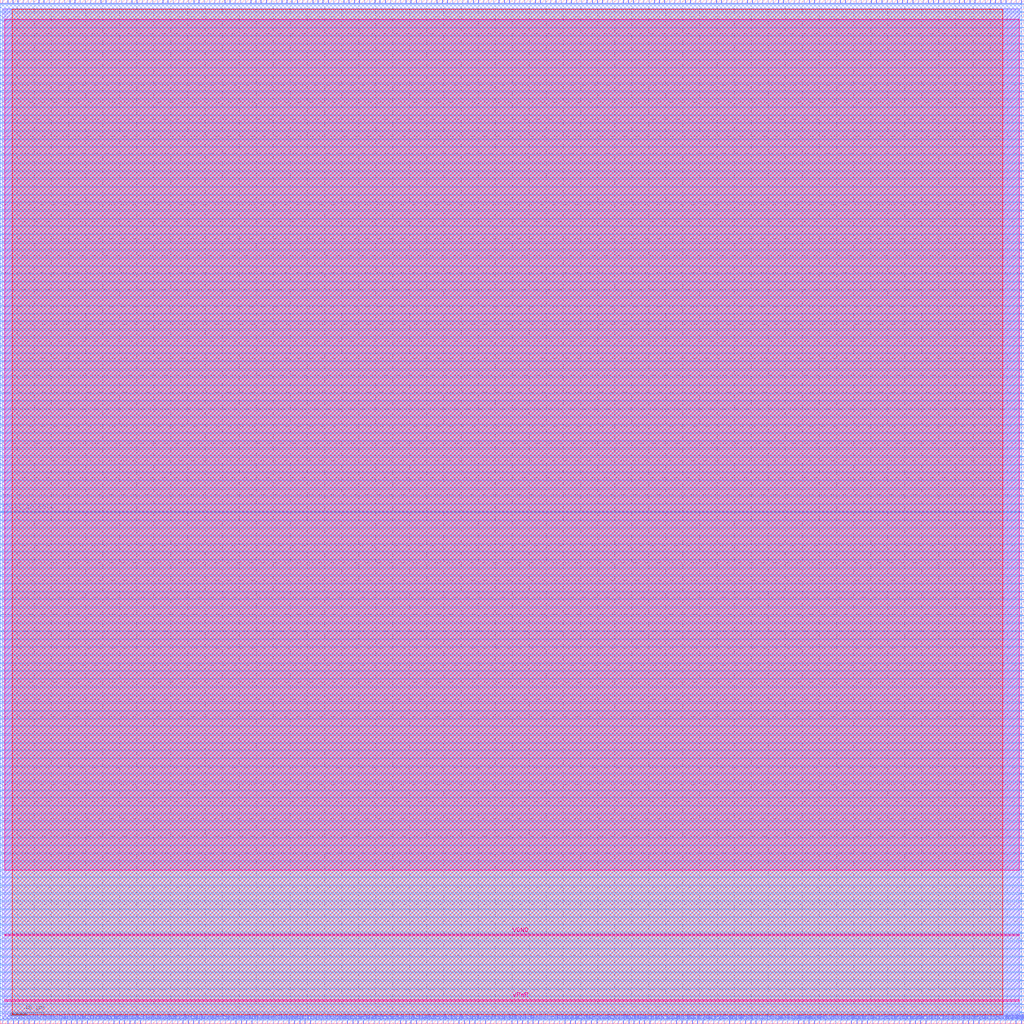
<source format=lef>
VERSION 5.7 ;
  NOWIREEXTENSIONATPIN ON ;
  DIVIDERCHAR "/" ;
  BUSBITCHARS "[]" ;
MACRO baked_data_connection_block
  CLASS BLOCK ;
  FOREIGN baked_data_connection_block ;
  ORIGIN 0.000 0.000 ;
  SIZE 1200.000 BY 1200.000 ;
  PIN cen
    DIRECTION INPUT ;
    PORT
      LAYER met2 ;
        RECT 14.810 1196.000 15.090 1200.000 ;
    END
  END cen
  PIN clk
    DIRECTION INPUT ;
    PORT
      LAYER met2 ;
        RECT 2.850 1196.000 3.130 1200.000 ;
    END
  END clk
  PIN cset
    DIRECTION INPUT ;
    PORT
      LAYER met2 ;
        RECT 20.790 1196.000 21.070 1200.000 ;
    END
  END cset
  PIN cset_out
    DIRECTION OUTPUT TRISTATE ;
    PORT
      LAYER met3 ;
        RECT 1196.000 1194.800 1200.000 1195.400 ;
    END
  END cset_out
  PIN data_input[0]
    DIRECTION OUTPUT TRISTATE ;
    PORT
      LAYER met3 ;
        RECT 1196.000 4.120 1200.000 4.720 ;
    END
  END data_input[0]
  PIN data_input[10]
    DIRECTION OUTPUT TRISTATE ;
    PORT
      LAYER met3 ;
        RECT 1196.000 96.600 1200.000 97.200 ;
    END
  END data_input[10]
  PIN data_input[11]
    DIRECTION OUTPUT TRISTATE ;
    PORT
      LAYER met3 ;
        RECT 1196.000 106.120 1200.000 106.720 ;
    END
  END data_input[11]
  PIN data_input[12]
    DIRECTION OUTPUT TRISTATE ;
    PORT
      LAYER met3 ;
        RECT 1196.000 115.640 1200.000 116.240 ;
    END
  END data_input[12]
  PIN data_input[13]
    DIRECTION OUTPUT TRISTATE ;
    PORT
      LAYER met3 ;
        RECT 1196.000 124.480 1200.000 125.080 ;
    END
  END data_input[13]
  PIN data_input[14]
    DIRECTION OUTPUT TRISTATE ;
    PORT
      LAYER met3 ;
        RECT 1196.000 134.000 1200.000 134.600 ;
    END
  END data_input[14]
  PIN data_input[15]
    DIRECTION OUTPUT TRISTATE ;
    PORT
      LAYER met3 ;
        RECT 1196.000 143.520 1200.000 144.120 ;
    END
  END data_input[15]
  PIN data_input[16]
    DIRECTION OUTPUT TRISTATE ;
    PORT
      LAYER met3 ;
        RECT 1196.000 152.360 1200.000 152.960 ;
    END
  END data_input[16]
  PIN data_input[17]
    DIRECTION OUTPUT TRISTATE ;
    PORT
      LAYER met3 ;
        RECT 1196.000 161.880 1200.000 162.480 ;
    END
  END data_input[17]
  PIN data_input[18]
    DIRECTION OUTPUT TRISTATE ;
    PORT
      LAYER met3 ;
        RECT 1196.000 171.400 1200.000 172.000 ;
    END
  END data_input[18]
  PIN data_input[19]
    DIRECTION OUTPUT TRISTATE ;
    PORT
      LAYER met3 ;
        RECT 1196.000 180.240 1200.000 180.840 ;
    END
  END data_input[19]
  PIN data_input[1]
    DIRECTION OUTPUT TRISTATE ;
    PORT
      LAYER met3 ;
        RECT 1196.000 12.960 1200.000 13.560 ;
    END
  END data_input[1]
  PIN data_input[20]
    DIRECTION OUTPUT TRISTATE ;
    PORT
      LAYER met3 ;
        RECT 1196.000 189.760 1200.000 190.360 ;
    END
  END data_input[20]
  PIN data_input[21]
    DIRECTION OUTPUT TRISTATE ;
    PORT
      LAYER met3 ;
        RECT 1196.000 199.280 1200.000 199.880 ;
    END
  END data_input[21]
  PIN data_input[22]
    DIRECTION OUTPUT TRISTATE ;
    PORT
      LAYER met3 ;
        RECT 1196.000 208.800 1200.000 209.400 ;
    END
  END data_input[22]
  PIN data_input[23]
    DIRECTION OUTPUT TRISTATE ;
    PORT
      LAYER met3 ;
        RECT 1196.000 217.640 1200.000 218.240 ;
    END
  END data_input[23]
  PIN data_input[24]
    DIRECTION OUTPUT TRISTATE ;
    PORT
      LAYER met3 ;
        RECT 1196.000 227.160 1200.000 227.760 ;
    END
  END data_input[24]
  PIN data_input[25]
    DIRECTION OUTPUT TRISTATE ;
    PORT
      LAYER met3 ;
        RECT 1196.000 236.680 1200.000 237.280 ;
    END
  END data_input[25]
  PIN data_input[26]
    DIRECTION OUTPUT TRISTATE ;
    PORT
      LAYER met3 ;
        RECT 1196.000 245.520 1200.000 246.120 ;
    END
  END data_input[26]
  PIN data_input[27]
    DIRECTION OUTPUT TRISTATE ;
    PORT
      LAYER met3 ;
        RECT 1196.000 255.040 1200.000 255.640 ;
    END
  END data_input[27]
  PIN data_input[28]
    DIRECTION OUTPUT TRISTATE ;
    PORT
      LAYER met3 ;
        RECT 1196.000 264.560 1200.000 265.160 ;
    END
  END data_input[28]
  PIN data_input[29]
    DIRECTION OUTPUT TRISTATE ;
    PORT
      LAYER met3 ;
        RECT 1196.000 273.400 1200.000 274.000 ;
    END
  END data_input[29]
  PIN data_input[2]
    DIRECTION OUTPUT TRISTATE ;
    PORT
      LAYER met3 ;
        RECT 1196.000 22.480 1200.000 23.080 ;
    END
  END data_input[2]
  PIN data_input[30]
    DIRECTION OUTPUT TRISTATE ;
    PORT
      LAYER met3 ;
        RECT 1196.000 282.920 1200.000 283.520 ;
    END
  END data_input[30]
  PIN data_input[31]
    DIRECTION OUTPUT TRISTATE ;
    PORT
      LAYER met3 ;
        RECT 1196.000 292.440 1200.000 293.040 ;
    END
  END data_input[31]
  PIN data_input[32]
    DIRECTION OUTPUT TRISTATE ;
    PORT
      LAYER met3 ;
        RECT 1196.000 301.280 1200.000 301.880 ;
    END
  END data_input[32]
  PIN data_input[33]
    DIRECTION OUTPUT TRISTATE ;
    PORT
      LAYER met3 ;
        RECT 1196.000 310.800 1200.000 311.400 ;
    END
  END data_input[33]
  PIN data_input[34]
    DIRECTION OUTPUT TRISTATE ;
    PORT
      LAYER met3 ;
        RECT 1196.000 320.320 1200.000 320.920 ;
    END
  END data_input[34]
  PIN data_input[35]
    DIRECTION OUTPUT TRISTATE ;
    PORT
      LAYER met3 ;
        RECT 1196.000 329.160 1200.000 329.760 ;
    END
  END data_input[35]
  PIN data_input[36]
    DIRECTION OUTPUT TRISTATE ;
    PORT
      LAYER met3 ;
        RECT 1196.000 338.680 1200.000 339.280 ;
    END
  END data_input[36]
  PIN data_input[37]
    DIRECTION OUTPUT TRISTATE ;
    PORT
      LAYER met3 ;
        RECT 1196.000 348.200 1200.000 348.800 ;
    END
  END data_input[37]
  PIN data_input[38]
    DIRECTION OUTPUT TRISTATE ;
    PORT
      LAYER met3 ;
        RECT 1196.000 357.040 1200.000 357.640 ;
    END
  END data_input[38]
  PIN data_input[39]
    DIRECTION OUTPUT TRISTATE ;
    PORT
      LAYER met3 ;
        RECT 1196.000 366.560 1200.000 367.160 ;
    END
  END data_input[39]
  PIN data_input[3]
    DIRECTION OUTPUT TRISTATE ;
    PORT
      LAYER met3 ;
        RECT 1196.000 32.000 1200.000 32.600 ;
    END
  END data_input[3]
  PIN data_input[40]
    DIRECTION OUTPUT TRISTATE ;
    PORT
      LAYER met3 ;
        RECT 1196.000 376.080 1200.000 376.680 ;
    END
  END data_input[40]
  PIN data_input[41]
    DIRECTION OUTPUT TRISTATE ;
    PORT
      LAYER met3 ;
        RECT 1196.000 384.920 1200.000 385.520 ;
    END
  END data_input[41]
  PIN data_input[42]
    DIRECTION OUTPUT TRISTATE ;
    PORT
      LAYER met3 ;
        RECT 1196.000 394.440 1200.000 395.040 ;
    END
  END data_input[42]
  PIN data_input[43]
    DIRECTION OUTPUT TRISTATE ;
    PORT
      LAYER met3 ;
        RECT 1196.000 403.960 1200.000 404.560 ;
    END
  END data_input[43]
  PIN data_input[44]
    DIRECTION OUTPUT TRISTATE ;
    PORT
      LAYER met3 ;
        RECT 1196.000 413.480 1200.000 414.080 ;
    END
  END data_input[44]
  PIN data_input[45]
    DIRECTION OUTPUT TRISTATE ;
    PORT
      LAYER met3 ;
        RECT 1196.000 422.320 1200.000 422.920 ;
    END
  END data_input[45]
  PIN data_input[46]
    DIRECTION OUTPUT TRISTATE ;
    PORT
      LAYER met3 ;
        RECT 1196.000 431.840 1200.000 432.440 ;
    END
  END data_input[46]
  PIN data_input[47]
    DIRECTION OUTPUT TRISTATE ;
    PORT
      LAYER met3 ;
        RECT 1196.000 441.360 1200.000 441.960 ;
    END
  END data_input[47]
  PIN data_input[48]
    DIRECTION OUTPUT TRISTATE ;
    PORT
      LAYER met3 ;
        RECT 1196.000 450.200 1200.000 450.800 ;
    END
  END data_input[48]
  PIN data_input[49]
    DIRECTION OUTPUT TRISTATE ;
    PORT
      LAYER met3 ;
        RECT 1196.000 459.720 1200.000 460.320 ;
    END
  END data_input[49]
  PIN data_input[4]
    DIRECTION OUTPUT TRISTATE ;
    PORT
      LAYER met3 ;
        RECT 1196.000 40.840 1200.000 41.440 ;
    END
  END data_input[4]
  PIN data_input[50]
    DIRECTION OUTPUT TRISTATE ;
    PORT
      LAYER met3 ;
        RECT 1196.000 469.240 1200.000 469.840 ;
    END
  END data_input[50]
  PIN data_input[51]
    DIRECTION OUTPUT TRISTATE ;
    PORT
      LAYER met3 ;
        RECT 1196.000 478.080 1200.000 478.680 ;
    END
  END data_input[51]
  PIN data_input[52]
    DIRECTION OUTPUT TRISTATE ;
    PORT
      LAYER met3 ;
        RECT 1196.000 487.600 1200.000 488.200 ;
    END
  END data_input[52]
  PIN data_input[53]
    DIRECTION OUTPUT TRISTATE ;
    PORT
      LAYER met3 ;
        RECT 1196.000 497.120 1200.000 497.720 ;
    END
  END data_input[53]
  PIN data_input[54]
    DIRECTION OUTPUT TRISTATE ;
    PORT
      LAYER met3 ;
        RECT 1196.000 505.960 1200.000 506.560 ;
    END
  END data_input[54]
  PIN data_input[55]
    DIRECTION OUTPUT TRISTATE ;
    PORT
      LAYER met3 ;
        RECT 1196.000 515.480 1200.000 516.080 ;
    END
  END data_input[55]
  PIN data_input[56]
    DIRECTION OUTPUT TRISTATE ;
    PORT
      LAYER met3 ;
        RECT 1196.000 525.000 1200.000 525.600 ;
    END
  END data_input[56]
  PIN data_input[57]
    DIRECTION OUTPUT TRISTATE ;
    PORT
      LAYER met3 ;
        RECT 1196.000 533.840 1200.000 534.440 ;
    END
  END data_input[57]
  PIN data_input[58]
    DIRECTION OUTPUT TRISTATE ;
    PORT
      LAYER met3 ;
        RECT 1196.000 543.360 1200.000 543.960 ;
    END
  END data_input[58]
  PIN data_input[59]
    DIRECTION OUTPUT TRISTATE ;
    PORT
      LAYER met3 ;
        RECT 1196.000 552.880 1200.000 553.480 ;
    END
  END data_input[59]
  PIN data_input[5]
    DIRECTION OUTPUT TRISTATE ;
    PORT
      LAYER met3 ;
        RECT 1196.000 50.360 1200.000 50.960 ;
    END
  END data_input[5]
  PIN data_input[60]
    DIRECTION OUTPUT TRISTATE ;
    PORT
      LAYER met3 ;
        RECT 1196.000 561.720 1200.000 562.320 ;
    END
  END data_input[60]
  PIN data_input[61]
    DIRECTION OUTPUT TRISTATE ;
    PORT
      LAYER met3 ;
        RECT 1196.000 571.240 1200.000 571.840 ;
    END
  END data_input[61]
  PIN data_input[62]
    DIRECTION OUTPUT TRISTATE ;
    PORT
      LAYER met3 ;
        RECT 1196.000 580.760 1200.000 581.360 ;
    END
  END data_input[62]
  PIN data_input[63]
    DIRECTION OUTPUT TRISTATE ;
    PORT
      LAYER met3 ;
        RECT 1196.000 589.600 1200.000 590.200 ;
    END
  END data_input[63]
  PIN data_input[6]
    DIRECTION OUTPUT TRISTATE ;
    PORT
      LAYER met3 ;
        RECT 1196.000 59.880 1200.000 60.480 ;
    END
  END data_input[6]
  PIN data_input[7]
    DIRECTION OUTPUT TRISTATE ;
    PORT
      LAYER met3 ;
        RECT 1196.000 68.720 1200.000 69.320 ;
    END
  END data_input[7]
  PIN data_input[8]
    DIRECTION OUTPUT TRISTATE ;
    PORT
      LAYER met3 ;
        RECT 1196.000 78.240 1200.000 78.840 ;
    END
  END data_input[8]
  PIN data_input[9]
    DIRECTION OUTPUT TRISTATE ;
    PORT
      LAYER met3 ;
        RECT 1196.000 87.760 1200.000 88.360 ;
    END
  END data_input[9]
  PIN data_output[0]
    DIRECTION INPUT ;
    PORT
      LAYER met3 ;
        RECT 1196.000 599.120 1200.000 599.720 ;
    END
  END data_output[0]
  PIN data_output[10]
    DIRECTION INPUT ;
    PORT
      LAYER met3 ;
        RECT 1196.000 692.280 1200.000 692.880 ;
    END
  END data_output[10]
  PIN data_output[11]
    DIRECTION INPUT ;
    PORT
      LAYER met3 ;
        RECT 1196.000 701.800 1200.000 702.400 ;
    END
  END data_output[11]
  PIN data_output[12]
    DIRECTION INPUT ;
    PORT
      LAYER met3 ;
        RECT 1196.000 710.640 1200.000 711.240 ;
    END
  END data_output[12]
  PIN data_output[13]
    DIRECTION INPUT ;
    PORT
      LAYER met3 ;
        RECT 1196.000 720.160 1200.000 720.760 ;
    END
  END data_output[13]
  PIN data_output[14]
    DIRECTION INPUT ;
    PORT
      LAYER met3 ;
        RECT 1196.000 729.680 1200.000 730.280 ;
    END
  END data_output[14]
  PIN data_output[15]
    DIRECTION INPUT ;
    PORT
      LAYER met3 ;
        RECT 1196.000 738.520 1200.000 739.120 ;
    END
  END data_output[15]
  PIN data_output[16]
    DIRECTION INPUT ;
    PORT
      LAYER met3 ;
        RECT 1196.000 748.040 1200.000 748.640 ;
    END
  END data_output[16]
  PIN data_output[17]
    DIRECTION INPUT ;
    PORT
      LAYER met3 ;
        RECT 1196.000 757.560 1200.000 758.160 ;
    END
  END data_output[17]
  PIN data_output[18]
    DIRECTION INPUT ;
    PORT
      LAYER met3 ;
        RECT 1196.000 766.400 1200.000 767.000 ;
    END
  END data_output[18]
  PIN data_output[19]
    DIRECTION INPUT ;
    PORT
      LAYER met3 ;
        RECT 1196.000 775.920 1200.000 776.520 ;
    END
  END data_output[19]
  PIN data_output[1]
    DIRECTION INPUT ;
    PORT
      LAYER met3 ;
        RECT 1196.000 608.640 1200.000 609.240 ;
    END
  END data_output[1]
  PIN data_output[20]
    DIRECTION INPUT ;
    PORT
      LAYER met3 ;
        RECT 1196.000 785.440 1200.000 786.040 ;
    END
  END data_output[20]
  PIN data_output[21]
    DIRECTION INPUT ;
    PORT
      LAYER met3 ;
        RECT 1196.000 794.280 1200.000 794.880 ;
    END
  END data_output[21]
  PIN data_output[22]
    DIRECTION INPUT ;
    PORT
      LAYER met3 ;
        RECT 1196.000 803.800 1200.000 804.400 ;
    END
  END data_output[22]
  PIN data_output[23]
    DIRECTION INPUT ;
    PORT
      LAYER met3 ;
        RECT 1196.000 813.320 1200.000 813.920 ;
    END
  END data_output[23]
  PIN data_output[24]
    DIRECTION INPUT ;
    PORT
      LAYER met3 ;
        RECT 1196.000 822.840 1200.000 823.440 ;
    END
  END data_output[24]
  PIN data_output[25]
    DIRECTION INPUT ;
    PORT
      LAYER met3 ;
        RECT 1196.000 831.680 1200.000 832.280 ;
    END
  END data_output[25]
  PIN data_output[26]
    DIRECTION INPUT ;
    PORT
      LAYER met3 ;
        RECT 1196.000 841.200 1200.000 841.800 ;
    END
  END data_output[26]
  PIN data_output[27]
    DIRECTION INPUT ;
    PORT
      LAYER met3 ;
        RECT 1196.000 850.720 1200.000 851.320 ;
    END
  END data_output[27]
  PIN data_output[28]
    DIRECTION INPUT ;
    PORT
      LAYER met3 ;
        RECT 1196.000 859.560 1200.000 860.160 ;
    END
  END data_output[28]
  PIN data_output[29]
    DIRECTION INPUT ;
    PORT
      LAYER met3 ;
        RECT 1196.000 869.080 1200.000 869.680 ;
    END
  END data_output[29]
  PIN data_output[2]
    DIRECTION INPUT ;
    PORT
      LAYER met3 ;
        RECT 1196.000 618.160 1200.000 618.760 ;
    END
  END data_output[2]
  PIN data_output[30]
    DIRECTION INPUT ;
    PORT
      LAYER met3 ;
        RECT 1196.000 878.600 1200.000 879.200 ;
    END
  END data_output[30]
  PIN data_output[31]
    DIRECTION INPUT ;
    PORT
      LAYER met3 ;
        RECT 1196.000 887.440 1200.000 888.040 ;
    END
  END data_output[31]
  PIN data_output[32]
    DIRECTION INPUT ;
    PORT
      LAYER met3 ;
        RECT 1196.000 896.960 1200.000 897.560 ;
    END
  END data_output[32]
  PIN data_output[33]
    DIRECTION INPUT ;
    PORT
      LAYER met3 ;
        RECT 1196.000 906.480 1200.000 907.080 ;
    END
  END data_output[33]
  PIN data_output[34]
    DIRECTION INPUT ;
    PORT
      LAYER met3 ;
        RECT 1196.000 915.320 1200.000 915.920 ;
    END
  END data_output[34]
  PIN data_output[35]
    DIRECTION INPUT ;
    PORT
      LAYER met3 ;
        RECT 1196.000 924.840 1200.000 925.440 ;
    END
  END data_output[35]
  PIN data_output[36]
    DIRECTION INPUT ;
    PORT
      LAYER met3 ;
        RECT 1196.000 934.360 1200.000 934.960 ;
    END
  END data_output[36]
  PIN data_output[37]
    DIRECTION INPUT ;
    PORT
      LAYER met3 ;
        RECT 1196.000 943.200 1200.000 943.800 ;
    END
  END data_output[37]
  PIN data_output[38]
    DIRECTION INPUT ;
    PORT
      LAYER met3 ;
        RECT 1196.000 952.720 1200.000 953.320 ;
    END
  END data_output[38]
  PIN data_output[39]
    DIRECTION INPUT ;
    PORT
      LAYER met3 ;
        RECT 1196.000 962.240 1200.000 962.840 ;
    END
  END data_output[39]
  PIN data_output[3]
    DIRECTION INPUT ;
    PORT
      LAYER met3 ;
        RECT 1196.000 627.000 1200.000 627.600 ;
    END
  END data_output[3]
  PIN data_output[40]
    DIRECTION INPUT ;
    PORT
      LAYER met3 ;
        RECT 1196.000 971.080 1200.000 971.680 ;
    END
  END data_output[40]
  PIN data_output[41]
    DIRECTION INPUT ;
    PORT
      LAYER met3 ;
        RECT 1196.000 980.600 1200.000 981.200 ;
    END
  END data_output[41]
  PIN data_output[42]
    DIRECTION INPUT ;
    PORT
      LAYER met3 ;
        RECT 1196.000 990.120 1200.000 990.720 ;
    END
  END data_output[42]
  PIN data_output[43]
    DIRECTION INPUT ;
    PORT
      LAYER met3 ;
        RECT 1196.000 998.960 1200.000 999.560 ;
    END
  END data_output[43]
  PIN data_output[44]
    DIRECTION INPUT ;
    PORT
      LAYER met3 ;
        RECT 1196.000 1008.480 1200.000 1009.080 ;
    END
  END data_output[44]
  PIN data_output[45]
    DIRECTION INPUT ;
    PORT
      LAYER met3 ;
        RECT 1196.000 1018.000 1200.000 1018.600 ;
    END
  END data_output[45]
  PIN data_output[46]
    DIRECTION INPUT ;
    PORT
      LAYER met3 ;
        RECT 1196.000 1027.520 1200.000 1028.120 ;
    END
  END data_output[46]
  PIN data_output[47]
    DIRECTION INPUT ;
    PORT
      LAYER met3 ;
        RECT 1196.000 1036.360 1200.000 1036.960 ;
    END
  END data_output[47]
  PIN data_output[48]
    DIRECTION INPUT ;
    PORT
      LAYER met3 ;
        RECT 1196.000 1045.880 1200.000 1046.480 ;
    END
  END data_output[48]
  PIN data_output[49]
    DIRECTION INPUT ;
    PORT
      LAYER met3 ;
        RECT 1196.000 1055.400 1200.000 1056.000 ;
    END
  END data_output[49]
  PIN data_output[4]
    DIRECTION INPUT ;
    PORT
      LAYER met3 ;
        RECT 1196.000 636.520 1200.000 637.120 ;
    END
  END data_output[4]
  PIN data_output[50]
    DIRECTION INPUT ;
    PORT
      LAYER met3 ;
        RECT 1196.000 1064.240 1200.000 1064.840 ;
    END
  END data_output[50]
  PIN data_output[51]
    DIRECTION INPUT ;
    PORT
      LAYER met3 ;
        RECT 1196.000 1073.760 1200.000 1074.360 ;
    END
  END data_output[51]
  PIN data_output[52]
    DIRECTION INPUT ;
    PORT
      LAYER met3 ;
        RECT 1196.000 1083.280 1200.000 1083.880 ;
    END
  END data_output[52]
  PIN data_output[53]
    DIRECTION INPUT ;
    PORT
      LAYER met3 ;
        RECT 1196.000 1092.120 1200.000 1092.720 ;
    END
  END data_output[53]
  PIN data_output[54]
    DIRECTION INPUT ;
    PORT
      LAYER met3 ;
        RECT 1196.000 1101.640 1200.000 1102.240 ;
    END
  END data_output[54]
  PIN data_output[55]
    DIRECTION INPUT ;
    PORT
      LAYER met3 ;
        RECT 1196.000 1111.160 1200.000 1111.760 ;
    END
  END data_output[55]
  PIN data_output[56]
    DIRECTION INPUT ;
    PORT
      LAYER met3 ;
        RECT 1196.000 1120.000 1200.000 1120.600 ;
    END
  END data_output[56]
  PIN data_output[57]
    DIRECTION INPUT ;
    PORT
      LAYER met3 ;
        RECT 1196.000 1129.520 1200.000 1130.120 ;
    END
  END data_output[57]
  PIN data_output[58]
    DIRECTION INPUT ;
    PORT
      LAYER met3 ;
        RECT 1196.000 1139.040 1200.000 1139.640 ;
    END
  END data_output[58]
  PIN data_output[59]
    DIRECTION INPUT ;
    PORT
      LAYER met3 ;
        RECT 1196.000 1147.880 1200.000 1148.480 ;
    END
  END data_output[59]
  PIN data_output[5]
    DIRECTION INPUT ;
    PORT
      LAYER met3 ;
        RECT 1196.000 646.040 1200.000 646.640 ;
    END
  END data_output[5]
  PIN data_output[60]
    DIRECTION INPUT ;
    PORT
      LAYER met3 ;
        RECT 1196.000 1157.400 1200.000 1158.000 ;
    END
  END data_output[60]
  PIN data_output[61]
    DIRECTION INPUT ;
    PORT
      LAYER met3 ;
        RECT 1196.000 1166.920 1200.000 1167.520 ;
    END
  END data_output[61]
  PIN data_output[62]
    DIRECTION INPUT ;
    PORT
      LAYER met3 ;
        RECT 1196.000 1175.760 1200.000 1176.360 ;
    END
  END data_output[62]
  PIN data_output[63]
    DIRECTION INPUT ;
    PORT
      LAYER met3 ;
        RECT 1196.000 1185.280 1200.000 1185.880 ;
    END
  END data_output[63]
  PIN data_output[6]
    DIRECTION INPUT ;
    PORT
      LAYER met3 ;
        RECT 1196.000 654.880 1200.000 655.480 ;
    END
  END data_output[6]
  PIN data_output[7]
    DIRECTION INPUT ;
    PORT
      LAYER met3 ;
        RECT 1196.000 664.400 1200.000 665.000 ;
    END
  END data_output[7]
  PIN data_output[8]
    DIRECTION INPUT ;
    PORT
      LAYER met3 ;
        RECT 1196.000 673.920 1200.000 674.520 ;
    END
  END data_output[8]
  PIN data_output[9]
    DIRECTION INPUT ;
    PORT
      LAYER met3 ;
        RECT 1196.000 682.760 1200.000 683.360 ;
    END
  END data_output[9]
  PIN north[0]
    DIRECTION INOUT ;
    PORT
      LAYER met2 ;
        RECT 32.750 1196.000 33.030 1200.000 ;
    END
  END north[0]
  PIN north[100]
    DIRECTION INOUT ;
    PORT
      LAYER met2 ;
        RECT 639.030 1196.000 639.310 1200.000 ;
    END
  END north[100]
  PIN north[101]
    DIRECTION INOUT ;
    PORT
      LAYER met2 ;
        RECT 645.010 1196.000 645.290 1200.000 ;
    END
  END north[101]
  PIN north[102]
    DIRECTION INOUT ;
    PORT
      LAYER met2 ;
        RECT 650.990 1196.000 651.270 1200.000 ;
    END
  END north[102]
  PIN north[103]
    DIRECTION INOUT ;
    PORT
      LAYER met2 ;
        RECT 657.430 1196.000 657.710 1200.000 ;
    END
  END north[103]
  PIN north[104]
    DIRECTION INOUT ;
    PORT
      LAYER met2 ;
        RECT 663.410 1196.000 663.690 1200.000 ;
    END
  END north[104]
  PIN north[105]
    DIRECTION INOUT ;
    PORT
      LAYER met2 ;
        RECT 669.390 1196.000 669.670 1200.000 ;
    END
  END north[105]
  PIN north[106]
    DIRECTION INOUT ;
    PORT
      LAYER met2 ;
        RECT 675.370 1196.000 675.650 1200.000 ;
    END
  END north[106]
  PIN north[107]
    DIRECTION INOUT ;
    PORT
      LAYER met2 ;
        RECT 681.350 1196.000 681.630 1200.000 ;
    END
  END north[107]
  PIN north[108]
    DIRECTION INOUT ;
    PORT
      LAYER met2 ;
        RECT 687.330 1196.000 687.610 1200.000 ;
    END
  END north[108]
  PIN north[109]
    DIRECTION INOUT ;
    PORT
      LAYER met2 ;
        RECT 693.770 1196.000 694.050 1200.000 ;
    END
  END north[109]
  PIN north[10]
    DIRECTION INOUT ;
    PORT
      LAYER met2 ;
        RECT 93.470 1196.000 93.750 1200.000 ;
    END
  END north[10]
  PIN north[110]
    DIRECTION INOUT ;
    PORT
      LAYER met2 ;
        RECT 699.750 1196.000 700.030 1200.000 ;
    END
  END north[110]
  PIN north[111]
    DIRECTION INOUT ;
    PORT
      LAYER met2 ;
        RECT 705.730 1196.000 706.010 1200.000 ;
    END
  END north[111]
  PIN north[112]
    DIRECTION INOUT ;
    PORT
      LAYER met2 ;
        RECT 711.710 1196.000 711.990 1200.000 ;
    END
  END north[112]
  PIN north[113]
    DIRECTION INOUT ;
    PORT
      LAYER met2 ;
        RECT 717.690 1196.000 717.970 1200.000 ;
    END
  END north[113]
  PIN north[114]
    DIRECTION INOUT ;
    PORT
      LAYER met2 ;
        RECT 724.130 1196.000 724.410 1200.000 ;
    END
  END north[114]
  PIN north[115]
    DIRECTION INOUT ;
    PORT
      LAYER met2 ;
        RECT 730.110 1196.000 730.390 1200.000 ;
    END
  END north[115]
  PIN north[116]
    DIRECTION INOUT ;
    PORT
      LAYER met2 ;
        RECT 736.090 1196.000 736.370 1200.000 ;
    END
  END north[116]
  PIN north[117]
    DIRECTION INOUT ;
    PORT
      LAYER met2 ;
        RECT 742.070 1196.000 742.350 1200.000 ;
    END
  END north[117]
  PIN north[118]
    DIRECTION INOUT ;
    PORT
      LAYER met2 ;
        RECT 748.050 1196.000 748.330 1200.000 ;
    END
  END north[118]
  PIN north[119]
    DIRECTION INOUT ;
    PORT
      LAYER met2 ;
        RECT 754.030 1196.000 754.310 1200.000 ;
    END
  END north[119]
  PIN north[11]
    DIRECTION INOUT ;
    PORT
      LAYER met2 ;
        RECT 99.450 1196.000 99.730 1200.000 ;
    END
  END north[11]
  PIN north[120]
    DIRECTION INOUT ;
    PORT
      LAYER met2 ;
        RECT 760.470 1196.000 760.750 1200.000 ;
    END
  END north[120]
  PIN north[121]
    DIRECTION INOUT ;
    PORT
      LAYER met2 ;
        RECT 766.450 1196.000 766.730 1200.000 ;
    END
  END north[121]
  PIN north[122]
    DIRECTION INOUT ;
    PORT
      LAYER met2 ;
        RECT 772.430 1196.000 772.710 1200.000 ;
    END
  END north[122]
  PIN north[123]
    DIRECTION INOUT ;
    PORT
      LAYER met2 ;
        RECT 778.410 1196.000 778.690 1200.000 ;
    END
  END north[123]
  PIN north[124]
    DIRECTION INOUT ;
    PORT
      LAYER met2 ;
        RECT 784.390 1196.000 784.670 1200.000 ;
    END
  END north[124]
  PIN north[125]
    DIRECTION INOUT ;
    PORT
      LAYER met2 ;
        RECT 790.370 1196.000 790.650 1200.000 ;
    END
  END north[125]
  PIN north[126]
    DIRECTION INOUT ;
    PORT
      LAYER met2 ;
        RECT 796.810 1196.000 797.090 1200.000 ;
    END
  END north[126]
  PIN north[127]
    DIRECTION INOUT ;
    PORT
      LAYER met2 ;
        RECT 802.790 1196.000 803.070 1200.000 ;
    END
  END north[127]
  PIN north[128]
    DIRECTION INOUT ;
    PORT
      LAYER met2 ;
        RECT 808.770 1196.000 809.050 1200.000 ;
    END
  END north[128]
  PIN north[129]
    DIRECTION INOUT ;
    PORT
      LAYER met2 ;
        RECT 814.750 1196.000 815.030 1200.000 ;
    END
  END north[129]
  PIN north[12]
    DIRECTION INOUT ;
    PORT
      LAYER met2 ;
        RECT 105.890 1196.000 106.170 1200.000 ;
    END
  END north[12]
  PIN north[130]
    DIRECTION INOUT ;
    PORT
      LAYER met2 ;
        RECT 820.730 1196.000 821.010 1200.000 ;
    END
  END north[130]
  PIN north[131]
    DIRECTION INOUT ;
    PORT
      LAYER met2 ;
        RECT 827.170 1196.000 827.450 1200.000 ;
    END
  END north[131]
  PIN north[132]
    DIRECTION INOUT ;
    PORT
      LAYER met2 ;
        RECT 833.150 1196.000 833.430 1200.000 ;
    END
  END north[132]
  PIN north[133]
    DIRECTION INOUT ;
    PORT
      LAYER met2 ;
        RECT 839.130 1196.000 839.410 1200.000 ;
    END
  END north[133]
  PIN north[134]
    DIRECTION INOUT ;
    PORT
      LAYER met2 ;
        RECT 845.110 1196.000 845.390 1200.000 ;
    END
  END north[134]
  PIN north[135]
    DIRECTION INOUT ;
    PORT
      LAYER met2 ;
        RECT 851.090 1196.000 851.370 1200.000 ;
    END
  END north[135]
  PIN north[136]
    DIRECTION INOUT ;
    PORT
      LAYER met2 ;
        RECT 857.070 1196.000 857.350 1200.000 ;
    END
  END north[136]
  PIN north[137]
    DIRECTION INOUT ;
    PORT
      LAYER met2 ;
        RECT 863.510 1196.000 863.790 1200.000 ;
    END
  END north[137]
  PIN north[138]
    DIRECTION INOUT ;
    PORT
      LAYER met2 ;
        RECT 869.490 1196.000 869.770 1200.000 ;
    END
  END north[138]
  PIN north[139]
    DIRECTION INOUT ;
    PORT
      LAYER met2 ;
        RECT 875.470 1196.000 875.750 1200.000 ;
    END
  END north[139]
  PIN north[13]
    DIRECTION INOUT ;
    PORT
      LAYER met2 ;
        RECT 111.870 1196.000 112.150 1200.000 ;
    END
  END north[13]
  PIN north[140]
    DIRECTION INOUT ;
    PORT
      LAYER met2 ;
        RECT 881.450 1196.000 881.730 1200.000 ;
    END
  END north[140]
  PIN north[141]
    DIRECTION INOUT ;
    PORT
      LAYER met2 ;
        RECT 887.430 1196.000 887.710 1200.000 ;
    END
  END north[141]
  PIN north[142]
    DIRECTION INOUT ;
    PORT
      LAYER met2 ;
        RECT 893.410 1196.000 893.690 1200.000 ;
    END
  END north[142]
  PIN north[143]
    DIRECTION INOUT ;
    PORT
      LAYER met2 ;
        RECT 899.850 1196.000 900.130 1200.000 ;
    END
  END north[143]
  PIN north[144]
    DIRECTION INOUT ;
    PORT
      LAYER met2 ;
        RECT 905.830 1196.000 906.110 1200.000 ;
    END
  END north[144]
  PIN north[145]
    DIRECTION INOUT ;
    PORT
      LAYER met2 ;
        RECT 911.810 1196.000 912.090 1200.000 ;
    END
  END north[145]
  PIN north[146]
    DIRECTION INOUT ;
    PORT
      LAYER met2 ;
        RECT 917.790 1196.000 918.070 1200.000 ;
    END
  END north[146]
  PIN north[147]
    DIRECTION INOUT ;
    PORT
      LAYER met2 ;
        RECT 923.770 1196.000 924.050 1200.000 ;
    END
  END north[147]
  PIN north[148]
    DIRECTION INOUT ;
    PORT
      LAYER met2 ;
        RECT 930.210 1196.000 930.490 1200.000 ;
    END
  END north[148]
  PIN north[149]
    DIRECTION INOUT ;
    PORT
      LAYER met2 ;
        RECT 936.190 1196.000 936.470 1200.000 ;
    END
  END north[149]
  PIN north[14]
    DIRECTION INOUT ;
    PORT
      LAYER met2 ;
        RECT 117.850 1196.000 118.130 1200.000 ;
    END
  END north[14]
  PIN north[150]
    DIRECTION INOUT ;
    PORT
      LAYER met2 ;
        RECT 942.170 1196.000 942.450 1200.000 ;
    END
  END north[150]
  PIN north[151]
    DIRECTION INOUT ;
    PORT
      LAYER met2 ;
        RECT 948.150 1196.000 948.430 1200.000 ;
    END
  END north[151]
  PIN north[152]
    DIRECTION INOUT ;
    PORT
      LAYER met2 ;
        RECT 954.130 1196.000 954.410 1200.000 ;
    END
  END north[152]
  PIN north[153]
    DIRECTION INOUT ;
    PORT
      LAYER met2 ;
        RECT 960.110 1196.000 960.390 1200.000 ;
    END
  END north[153]
  PIN north[154]
    DIRECTION INOUT ;
    PORT
      LAYER met2 ;
        RECT 966.550 1196.000 966.830 1200.000 ;
    END
  END north[154]
  PIN north[155]
    DIRECTION INOUT ;
    PORT
      LAYER met2 ;
        RECT 972.530 1196.000 972.810 1200.000 ;
    END
  END north[155]
  PIN north[156]
    DIRECTION INOUT ;
    PORT
      LAYER met2 ;
        RECT 978.510 1196.000 978.790 1200.000 ;
    END
  END north[156]
  PIN north[157]
    DIRECTION INOUT ;
    PORT
      LAYER met2 ;
        RECT 984.490 1196.000 984.770 1200.000 ;
    END
  END north[157]
  PIN north[158]
    DIRECTION INOUT ;
    PORT
      LAYER met2 ;
        RECT 990.470 1196.000 990.750 1200.000 ;
    END
  END north[158]
  PIN north[159]
    DIRECTION INOUT ;
    PORT
      LAYER met2 ;
        RECT 996.450 1196.000 996.730 1200.000 ;
    END
  END north[159]
  PIN north[15]
    DIRECTION INOUT ;
    PORT
      LAYER met2 ;
        RECT 123.830 1196.000 124.110 1200.000 ;
    END
  END north[15]
  PIN north[160]
    DIRECTION INOUT ;
    PORT
      LAYER met2 ;
        RECT 1002.890 1196.000 1003.170 1200.000 ;
    END
  END north[160]
  PIN north[161]
    DIRECTION INOUT ;
    PORT
      LAYER met2 ;
        RECT 1008.870 1196.000 1009.150 1200.000 ;
    END
  END north[161]
  PIN north[162]
    DIRECTION INOUT ;
    PORT
      LAYER met2 ;
        RECT 1014.850 1196.000 1015.130 1200.000 ;
    END
  END north[162]
  PIN north[163]
    DIRECTION INOUT ;
    PORT
      LAYER met2 ;
        RECT 1020.830 1196.000 1021.110 1200.000 ;
    END
  END north[163]
  PIN north[164]
    DIRECTION INOUT ;
    PORT
      LAYER met2 ;
        RECT 1026.810 1196.000 1027.090 1200.000 ;
    END
  END north[164]
  PIN north[165]
    DIRECTION INOUT ;
    PORT
      LAYER met2 ;
        RECT 1033.250 1196.000 1033.530 1200.000 ;
    END
  END north[165]
  PIN north[166]
    DIRECTION INOUT ;
    PORT
      LAYER met2 ;
        RECT 1039.230 1196.000 1039.510 1200.000 ;
    END
  END north[166]
  PIN north[167]
    DIRECTION INOUT ;
    PORT
      LAYER met2 ;
        RECT 1045.210 1196.000 1045.490 1200.000 ;
    END
  END north[167]
  PIN north[168]
    DIRECTION INOUT ;
    PORT
      LAYER met2 ;
        RECT 1051.190 1196.000 1051.470 1200.000 ;
    END
  END north[168]
  PIN north[169]
    DIRECTION INOUT ;
    PORT
      LAYER met2 ;
        RECT 1057.170 1196.000 1057.450 1200.000 ;
    END
  END north[169]
  PIN north[16]
    DIRECTION INOUT ;
    PORT
      LAYER met2 ;
        RECT 129.810 1196.000 130.090 1200.000 ;
    END
  END north[16]
  PIN north[170]
    DIRECTION INOUT ;
    PORT
      LAYER met2 ;
        RECT 1063.150 1196.000 1063.430 1200.000 ;
    END
  END north[170]
  PIN north[171]
    DIRECTION INOUT ;
    PORT
      LAYER met2 ;
        RECT 1069.590 1196.000 1069.870 1200.000 ;
    END
  END north[171]
  PIN north[172]
    DIRECTION INOUT ;
    PORT
      LAYER met2 ;
        RECT 1075.570 1196.000 1075.850 1200.000 ;
    END
  END north[172]
  PIN north[173]
    DIRECTION INOUT ;
    PORT
      LAYER met2 ;
        RECT 1081.550 1196.000 1081.830 1200.000 ;
    END
  END north[173]
  PIN north[174]
    DIRECTION INOUT ;
    PORT
      LAYER met2 ;
        RECT 1087.530 1196.000 1087.810 1200.000 ;
    END
  END north[174]
  PIN north[175]
    DIRECTION INOUT ;
    PORT
      LAYER met2 ;
        RECT 1093.510 1196.000 1093.790 1200.000 ;
    END
  END north[175]
  PIN north[176]
    DIRECTION INOUT ;
    PORT
      LAYER met2 ;
        RECT 1099.490 1196.000 1099.770 1200.000 ;
    END
  END north[176]
  PIN north[177]
    DIRECTION INOUT ;
    PORT
      LAYER met2 ;
        RECT 1105.930 1196.000 1106.210 1200.000 ;
    END
  END north[177]
  PIN north[178]
    DIRECTION INOUT ;
    PORT
      LAYER met2 ;
        RECT 1111.910 1196.000 1112.190 1200.000 ;
    END
  END north[178]
  PIN north[179]
    DIRECTION INOUT ;
    PORT
      LAYER met2 ;
        RECT 1117.890 1196.000 1118.170 1200.000 ;
    END
  END north[179]
  PIN north[17]
    DIRECTION INOUT ;
    PORT
      LAYER met2 ;
        RECT 135.790 1196.000 136.070 1200.000 ;
    END
  END north[17]
  PIN north[180]
    DIRECTION INOUT ;
    PORT
      LAYER met2 ;
        RECT 1123.870 1196.000 1124.150 1200.000 ;
    END
  END north[180]
  PIN north[181]
    DIRECTION INOUT ;
    PORT
      LAYER met2 ;
        RECT 1129.850 1196.000 1130.130 1200.000 ;
    END
  END north[181]
  PIN north[182]
    DIRECTION INOUT ;
    PORT
      LAYER met2 ;
        RECT 1136.290 1196.000 1136.570 1200.000 ;
    END
  END north[182]
  PIN north[183]
    DIRECTION INOUT ;
    PORT
      LAYER met2 ;
        RECT 1142.270 1196.000 1142.550 1200.000 ;
    END
  END north[183]
  PIN north[184]
    DIRECTION INOUT ;
    PORT
      LAYER met2 ;
        RECT 1148.250 1196.000 1148.530 1200.000 ;
    END
  END north[184]
  PIN north[185]
    DIRECTION INOUT ;
    PORT
      LAYER met2 ;
        RECT 1154.230 1196.000 1154.510 1200.000 ;
    END
  END north[185]
  PIN north[186]
    DIRECTION INOUT ;
    PORT
      LAYER met2 ;
        RECT 1160.210 1196.000 1160.490 1200.000 ;
    END
  END north[186]
  PIN north[187]
    DIRECTION INOUT ;
    PORT
      LAYER met2 ;
        RECT 1166.190 1196.000 1166.470 1200.000 ;
    END
  END north[187]
  PIN north[188]
    DIRECTION INOUT ;
    PORT
      LAYER met2 ;
        RECT 1172.630 1196.000 1172.910 1200.000 ;
    END
  END north[188]
  PIN north[189]
    DIRECTION INOUT ;
    PORT
      LAYER met2 ;
        RECT 1178.610 1196.000 1178.890 1200.000 ;
    END
  END north[189]
  PIN north[18]
    DIRECTION INOUT ;
    PORT
      LAYER met2 ;
        RECT 142.230 1196.000 142.510 1200.000 ;
    END
  END north[18]
  PIN north[190]
    DIRECTION INOUT ;
    PORT
      LAYER met2 ;
        RECT 1184.590 1196.000 1184.870 1200.000 ;
    END
  END north[190]
  PIN north[191]
    DIRECTION INOUT ;
    PORT
      LAYER met2 ;
        RECT 1190.570 1196.000 1190.850 1200.000 ;
    END
  END north[191]
  PIN north[19]
    DIRECTION INOUT ;
    PORT
      LAYER met2 ;
        RECT 148.210 1196.000 148.490 1200.000 ;
    END
  END north[19]
  PIN north[1]
    DIRECTION INOUT ;
    PORT
      LAYER met2 ;
        RECT 39.190 1196.000 39.470 1200.000 ;
    END
  END north[1]
  PIN north[20]
    DIRECTION INOUT ;
    PORT
      LAYER met2 ;
        RECT 154.190 1196.000 154.470 1200.000 ;
    END
  END north[20]
  PIN north[21]
    DIRECTION INOUT ;
    PORT
      LAYER met2 ;
        RECT 160.170 1196.000 160.450 1200.000 ;
    END
  END north[21]
  PIN north[22]
    DIRECTION INOUT ;
    PORT
      LAYER met2 ;
        RECT 166.150 1196.000 166.430 1200.000 ;
    END
  END north[22]
  PIN north[23]
    DIRECTION INOUT ;
    PORT
      LAYER met2 ;
        RECT 172.130 1196.000 172.410 1200.000 ;
    END
  END north[23]
  PIN north[24]
    DIRECTION INOUT ;
    PORT
      LAYER met2 ;
        RECT 178.570 1196.000 178.850 1200.000 ;
    END
  END north[24]
  PIN north[25]
    DIRECTION INOUT ;
    PORT
      LAYER met2 ;
        RECT 184.550 1196.000 184.830 1200.000 ;
    END
  END north[25]
  PIN north[26]
    DIRECTION INOUT ;
    PORT
      LAYER met2 ;
        RECT 190.530 1196.000 190.810 1200.000 ;
    END
  END north[26]
  PIN north[27]
    DIRECTION INOUT ;
    PORT
      LAYER met2 ;
        RECT 196.510 1196.000 196.790 1200.000 ;
    END
  END north[27]
  PIN north[28]
    DIRECTION INOUT ;
    PORT
      LAYER met2 ;
        RECT 202.490 1196.000 202.770 1200.000 ;
    END
  END north[28]
  PIN north[29]
    DIRECTION INOUT ;
    PORT
      LAYER met2 ;
        RECT 208.930 1196.000 209.210 1200.000 ;
    END
  END north[29]
  PIN north[2]
    DIRECTION INOUT ;
    PORT
      LAYER met2 ;
        RECT 45.170 1196.000 45.450 1200.000 ;
    END
  END north[2]
  PIN north[30]
    DIRECTION INOUT ;
    PORT
      LAYER met2 ;
        RECT 214.910 1196.000 215.190 1200.000 ;
    END
  END north[30]
  PIN north[31]
    DIRECTION INOUT ;
    PORT
      LAYER met2 ;
        RECT 220.890 1196.000 221.170 1200.000 ;
    END
  END north[31]
  PIN north[32]
    DIRECTION INOUT ;
    PORT
      LAYER met2 ;
        RECT 226.870 1196.000 227.150 1200.000 ;
    END
  END north[32]
  PIN north[33]
    DIRECTION INOUT ;
    PORT
      LAYER met2 ;
        RECT 232.850 1196.000 233.130 1200.000 ;
    END
  END north[33]
  PIN north[34]
    DIRECTION INOUT ;
    PORT
      LAYER met2 ;
        RECT 238.830 1196.000 239.110 1200.000 ;
    END
  END north[34]
  PIN north[35]
    DIRECTION INOUT ;
    PORT
      LAYER met2 ;
        RECT 245.270 1196.000 245.550 1200.000 ;
    END
  END north[35]
  PIN north[36]
    DIRECTION INOUT ;
    PORT
      LAYER met2 ;
        RECT 251.250 1196.000 251.530 1200.000 ;
    END
  END north[36]
  PIN north[37]
    DIRECTION INOUT ;
    PORT
      LAYER met2 ;
        RECT 257.230 1196.000 257.510 1200.000 ;
    END
  END north[37]
  PIN north[38]
    DIRECTION INOUT ;
    PORT
      LAYER met2 ;
        RECT 263.210 1196.000 263.490 1200.000 ;
    END
  END north[38]
  PIN north[39]
    DIRECTION INOUT ;
    PORT
      LAYER met2 ;
        RECT 269.190 1196.000 269.470 1200.000 ;
    END
  END north[39]
  PIN north[3]
    DIRECTION INOUT ;
    PORT
      LAYER met2 ;
        RECT 51.150 1196.000 51.430 1200.000 ;
    END
  END north[3]
  PIN north[40]
    DIRECTION INOUT ;
    PORT
      LAYER met2 ;
        RECT 275.170 1196.000 275.450 1200.000 ;
    END
  END north[40]
  PIN north[41]
    DIRECTION INOUT ;
    PORT
      LAYER met2 ;
        RECT 281.610 1196.000 281.890 1200.000 ;
    END
  END north[41]
  PIN north[42]
    DIRECTION INOUT ;
    PORT
      LAYER met2 ;
        RECT 287.590 1196.000 287.870 1200.000 ;
    END
  END north[42]
  PIN north[43]
    DIRECTION INOUT ;
    PORT
      LAYER met2 ;
        RECT 293.570 1196.000 293.850 1200.000 ;
    END
  END north[43]
  PIN north[44]
    DIRECTION INOUT ;
    PORT
      LAYER met2 ;
        RECT 299.550 1196.000 299.830 1200.000 ;
    END
  END north[44]
  PIN north[45]
    DIRECTION INOUT ;
    PORT
      LAYER met2 ;
        RECT 305.530 1196.000 305.810 1200.000 ;
    END
  END north[45]
  PIN north[46]
    DIRECTION INOUT ;
    PORT
      LAYER met2 ;
        RECT 311.970 1196.000 312.250 1200.000 ;
    END
  END north[46]
  PIN north[47]
    DIRECTION INOUT ;
    PORT
      LAYER met2 ;
        RECT 317.950 1196.000 318.230 1200.000 ;
    END
  END north[47]
  PIN north[48]
    DIRECTION INOUT ;
    PORT
      LAYER met2 ;
        RECT 323.930 1196.000 324.210 1200.000 ;
    END
  END north[48]
  PIN north[49]
    DIRECTION INOUT ;
    PORT
      LAYER met2 ;
        RECT 329.910 1196.000 330.190 1200.000 ;
    END
  END north[49]
  PIN north[4]
    DIRECTION INOUT ;
    PORT
      LAYER met2 ;
        RECT 57.130 1196.000 57.410 1200.000 ;
    END
  END north[4]
  PIN north[50]
    DIRECTION INOUT ;
    PORT
      LAYER met2 ;
        RECT 335.890 1196.000 336.170 1200.000 ;
    END
  END north[50]
  PIN north[51]
    DIRECTION INOUT ;
    PORT
      LAYER met2 ;
        RECT 341.870 1196.000 342.150 1200.000 ;
    END
  END north[51]
  PIN north[52]
    DIRECTION INOUT ;
    PORT
      LAYER met2 ;
        RECT 348.310 1196.000 348.590 1200.000 ;
    END
  END north[52]
  PIN north[53]
    DIRECTION INOUT ;
    PORT
      LAYER met2 ;
        RECT 354.290 1196.000 354.570 1200.000 ;
    END
  END north[53]
  PIN north[54]
    DIRECTION INOUT ;
    PORT
      LAYER met2 ;
        RECT 360.270 1196.000 360.550 1200.000 ;
    END
  END north[54]
  PIN north[55]
    DIRECTION INOUT ;
    PORT
      LAYER met2 ;
        RECT 366.250 1196.000 366.530 1200.000 ;
    END
  END north[55]
  PIN north[56]
    DIRECTION INOUT ;
    PORT
      LAYER met2 ;
        RECT 372.230 1196.000 372.510 1200.000 ;
    END
  END north[56]
  PIN north[57]
    DIRECTION INOUT ;
    PORT
      LAYER met2 ;
        RECT 378.210 1196.000 378.490 1200.000 ;
    END
  END north[57]
  PIN north[58]
    DIRECTION INOUT ;
    PORT
      LAYER met2 ;
        RECT 384.650 1196.000 384.930 1200.000 ;
    END
  END north[58]
  PIN north[59]
    DIRECTION INOUT ;
    PORT
      LAYER met2 ;
        RECT 390.630 1196.000 390.910 1200.000 ;
    END
  END north[59]
  PIN north[5]
    DIRECTION INOUT ;
    PORT
      LAYER met2 ;
        RECT 63.110 1196.000 63.390 1200.000 ;
    END
  END north[5]
  PIN north[60]
    DIRECTION INOUT ;
    PORT
      LAYER met2 ;
        RECT 396.610 1196.000 396.890 1200.000 ;
    END
  END north[60]
  PIN north[61]
    DIRECTION INOUT ;
    PORT
      LAYER met2 ;
        RECT 402.590 1196.000 402.870 1200.000 ;
    END
  END north[61]
  PIN north[62]
    DIRECTION INOUT ;
    PORT
      LAYER met2 ;
        RECT 408.570 1196.000 408.850 1200.000 ;
    END
  END north[62]
  PIN north[63]
    DIRECTION INOUT ;
    PORT
      LAYER met2 ;
        RECT 415.010 1196.000 415.290 1200.000 ;
    END
  END north[63]
  PIN north[64]
    DIRECTION INOUT ;
    PORT
      LAYER met2 ;
        RECT 420.990 1196.000 421.270 1200.000 ;
    END
  END north[64]
  PIN north[65]
    DIRECTION INOUT ;
    PORT
      LAYER met2 ;
        RECT 426.970 1196.000 427.250 1200.000 ;
    END
  END north[65]
  PIN north[66]
    DIRECTION INOUT ;
    PORT
      LAYER met2 ;
        RECT 432.950 1196.000 433.230 1200.000 ;
    END
  END north[66]
  PIN north[67]
    DIRECTION INOUT ;
    PORT
      LAYER met2 ;
        RECT 438.930 1196.000 439.210 1200.000 ;
    END
  END north[67]
  PIN north[68]
    DIRECTION INOUT ;
    PORT
      LAYER met2 ;
        RECT 444.910 1196.000 445.190 1200.000 ;
    END
  END north[68]
  PIN north[69]
    DIRECTION INOUT ;
    PORT
      LAYER met2 ;
        RECT 451.350 1196.000 451.630 1200.000 ;
    END
  END north[69]
  PIN north[6]
    DIRECTION INOUT ;
    PORT
      LAYER met2 ;
        RECT 69.090 1196.000 69.370 1200.000 ;
    END
  END north[6]
  PIN north[70]
    DIRECTION INOUT ;
    PORT
      LAYER met2 ;
        RECT 457.330 1196.000 457.610 1200.000 ;
    END
  END north[70]
  PIN north[71]
    DIRECTION INOUT ;
    PORT
      LAYER met2 ;
        RECT 463.310 1196.000 463.590 1200.000 ;
    END
  END north[71]
  PIN north[72]
    DIRECTION INOUT ;
    PORT
      LAYER met2 ;
        RECT 469.290 1196.000 469.570 1200.000 ;
    END
  END north[72]
  PIN north[73]
    DIRECTION INOUT ;
    PORT
      LAYER met2 ;
        RECT 475.270 1196.000 475.550 1200.000 ;
    END
  END north[73]
  PIN north[74]
    DIRECTION INOUT ;
    PORT
      LAYER met2 ;
        RECT 481.250 1196.000 481.530 1200.000 ;
    END
  END north[74]
  PIN north[75]
    DIRECTION INOUT ;
    PORT
      LAYER met2 ;
        RECT 487.690 1196.000 487.970 1200.000 ;
    END
  END north[75]
  PIN north[76]
    DIRECTION INOUT ;
    PORT
      LAYER met2 ;
        RECT 493.670 1196.000 493.950 1200.000 ;
    END
  END north[76]
  PIN north[77]
    DIRECTION INOUT ;
    PORT
      LAYER met2 ;
        RECT 499.650 1196.000 499.930 1200.000 ;
    END
  END north[77]
  PIN north[78]
    DIRECTION INOUT ;
    PORT
      LAYER met2 ;
        RECT 505.630 1196.000 505.910 1200.000 ;
    END
  END north[78]
  PIN north[79]
    DIRECTION INOUT ;
    PORT
      LAYER met2 ;
        RECT 511.610 1196.000 511.890 1200.000 ;
    END
  END north[79]
  PIN north[7]
    DIRECTION INOUT ;
    PORT
      LAYER met2 ;
        RECT 75.530 1196.000 75.810 1200.000 ;
    END
  END north[7]
  PIN north[80]
    DIRECTION INOUT ;
    PORT
      LAYER met2 ;
        RECT 518.050 1196.000 518.330 1200.000 ;
    END
  END north[80]
  PIN north[81]
    DIRECTION INOUT ;
    PORT
      LAYER met2 ;
        RECT 524.030 1196.000 524.310 1200.000 ;
    END
  END north[81]
  PIN north[82]
    DIRECTION INOUT ;
    PORT
      LAYER met2 ;
        RECT 530.010 1196.000 530.290 1200.000 ;
    END
  END north[82]
  PIN north[83]
    DIRECTION INOUT ;
    PORT
      LAYER met2 ;
        RECT 535.990 1196.000 536.270 1200.000 ;
    END
  END north[83]
  PIN north[84]
    DIRECTION INOUT ;
    PORT
      LAYER met2 ;
        RECT 541.970 1196.000 542.250 1200.000 ;
    END
  END north[84]
  PIN north[85]
    DIRECTION INOUT ;
    PORT
      LAYER met2 ;
        RECT 547.950 1196.000 548.230 1200.000 ;
    END
  END north[85]
  PIN north[86]
    DIRECTION INOUT ;
    PORT
      LAYER met2 ;
        RECT 554.390 1196.000 554.670 1200.000 ;
    END
  END north[86]
  PIN north[87]
    DIRECTION INOUT ;
    PORT
      LAYER met2 ;
        RECT 560.370 1196.000 560.650 1200.000 ;
    END
  END north[87]
  PIN north[88]
    DIRECTION INOUT ;
    PORT
      LAYER met2 ;
        RECT 566.350 1196.000 566.630 1200.000 ;
    END
  END north[88]
  PIN north[89]
    DIRECTION INOUT ;
    PORT
      LAYER met2 ;
        RECT 572.330 1196.000 572.610 1200.000 ;
    END
  END north[89]
  PIN north[8]
    DIRECTION INOUT ;
    PORT
      LAYER met2 ;
        RECT 81.510 1196.000 81.790 1200.000 ;
    END
  END north[8]
  PIN north[90]
    DIRECTION INOUT ;
    PORT
      LAYER met2 ;
        RECT 578.310 1196.000 578.590 1200.000 ;
    END
  END north[90]
  PIN north[91]
    DIRECTION INOUT ;
    PORT
      LAYER met2 ;
        RECT 584.290 1196.000 584.570 1200.000 ;
    END
  END north[91]
  PIN north[92]
    DIRECTION INOUT ;
    PORT
      LAYER met2 ;
        RECT 590.730 1196.000 591.010 1200.000 ;
    END
  END north[92]
  PIN north[93]
    DIRECTION INOUT ;
    PORT
      LAYER met2 ;
        RECT 596.710 1196.000 596.990 1200.000 ;
    END
  END north[93]
  PIN north[94]
    DIRECTION INOUT ;
    PORT
      LAYER met2 ;
        RECT 602.690 1196.000 602.970 1200.000 ;
    END
  END north[94]
  PIN north[95]
    DIRECTION INOUT ;
    PORT
      LAYER met2 ;
        RECT 608.670 1196.000 608.950 1200.000 ;
    END
  END north[95]
  PIN north[96]
    DIRECTION INOUT ;
    PORT
      LAYER met2 ;
        RECT 614.650 1196.000 614.930 1200.000 ;
    END
  END north[96]
  PIN north[97]
    DIRECTION INOUT ;
    PORT
      LAYER met2 ;
        RECT 621.090 1196.000 621.370 1200.000 ;
    END
  END north[97]
  PIN north[98]
    DIRECTION INOUT ;
    PORT
      LAYER met2 ;
        RECT 627.070 1196.000 627.350 1200.000 ;
    END
  END north[98]
  PIN north[99]
    DIRECTION INOUT ;
    PORT
      LAYER met2 ;
        RECT 633.050 1196.000 633.330 1200.000 ;
    END
  END north[99]
  PIN north[9]
    DIRECTION INOUT ;
    PORT
      LAYER met2 ;
        RECT 87.490 1196.000 87.770 1200.000 ;
    END
  END north[9]
  PIN rst
    DIRECTION INPUT ;
    PORT
      LAYER met2 ;
        RECT 8.830 1196.000 9.110 1200.000 ;
    END
  END rst
  PIN set_soft
    DIRECTION INPUT ;
    PORT
      LAYER met2 ;
        RECT 1196.550 0.000 1196.830 4.000 ;
    END
  END set_soft
  PIN shift_in
    DIRECTION INPUT ;
    PORT
      LAYER met2 ;
        RECT 26.770 1196.000 27.050 1200.000 ;
    END
  END shift_in
  PIN shift_in_soft
    DIRECTION INPUT ;
    PORT
      LAYER met3 ;
        RECT 0.000 599.800 4.000 600.400 ;
    END
  END shift_in_soft
  PIN shift_out
    DIRECTION OUTPUT TRISTATE ;
    PORT
      LAYER met2 ;
        RECT 1196.550 1196.000 1196.830 1200.000 ;
    END
  END shift_out
  PIN south[0]
    DIRECTION INOUT ;
    PORT
      LAYER met2 ;
        RECT 2.850 0.000 3.130 4.000 ;
    END
  END south[0]
  PIN south[100]
    DIRECTION INOUT ;
    PORT
      LAYER met2 ;
        RECT 624.310 0.000 624.590 4.000 ;
    END
  END south[100]
  PIN south[101]
    DIRECTION INOUT ;
    PORT
      LAYER met2 ;
        RECT 630.750 0.000 631.030 4.000 ;
    END
  END south[101]
  PIN south[102]
    DIRECTION INOUT ;
    PORT
      LAYER met2 ;
        RECT 636.730 0.000 637.010 4.000 ;
    END
  END south[102]
  PIN south[103]
    DIRECTION INOUT ;
    PORT
      LAYER met2 ;
        RECT 643.170 0.000 643.450 4.000 ;
    END
  END south[103]
  PIN south[104]
    DIRECTION INOUT ;
    PORT
      LAYER met2 ;
        RECT 649.150 0.000 649.430 4.000 ;
    END
  END south[104]
  PIN south[105]
    DIRECTION INOUT ;
    PORT
      LAYER met2 ;
        RECT 655.590 0.000 655.870 4.000 ;
    END
  END south[105]
  PIN south[106]
    DIRECTION INOUT ;
    PORT
      LAYER met2 ;
        RECT 661.570 0.000 661.850 4.000 ;
    END
  END south[106]
  PIN south[107]
    DIRECTION INOUT ;
    PORT
      LAYER met2 ;
        RECT 668.010 0.000 668.290 4.000 ;
    END
  END south[107]
  PIN south[108]
    DIRECTION INOUT ;
    PORT
      LAYER met2 ;
        RECT 673.990 0.000 674.270 4.000 ;
    END
  END south[108]
  PIN south[109]
    DIRECTION INOUT ;
    PORT
      LAYER met2 ;
        RECT 680.430 0.000 680.710 4.000 ;
    END
  END south[109]
  PIN south[10]
    DIRECTION INOUT ;
    PORT
      LAYER met2 ;
        RECT 64.950 0.000 65.230 4.000 ;
    END
  END south[10]
  PIN south[110]
    DIRECTION INOUT ;
    PORT
      LAYER met2 ;
        RECT 686.410 0.000 686.690 4.000 ;
    END
  END south[110]
  PIN south[111]
    DIRECTION INOUT ;
    PORT
      LAYER met2 ;
        RECT 692.850 0.000 693.130 4.000 ;
    END
  END south[111]
  PIN south[112]
    DIRECTION INOUT ;
    PORT
      LAYER met2 ;
        RECT 699.290 0.000 699.570 4.000 ;
    END
  END south[112]
  PIN south[113]
    DIRECTION INOUT ;
    PORT
      LAYER met2 ;
        RECT 705.270 0.000 705.550 4.000 ;
    END
  END south[113]
  PIN south[114]
    DIRECTION INOUT ;
    PORT
      LAYER met2 ;
        RECT 711.710 0.000 711.990 4.000 ;
    END
  END south[114]
  PIN south[115]
    DIRECTION INOUT ;
    PORT
      LAYER met2 ;
        RECT 717.690 0.000 717.970 4.000 ;
    END
  END south[115]
  PIN south[116]
    DIRECTION INOUT ;
    PORT
      LAYER met2 ;
        RECT 724.130 0.000 724.410 4.000 ;
    END
  END south[116]
  PIN south[117]
    DIRECTION INOUT ;
    PORT
      LAYER met2 ;
        RECT 730.110 0.000 730.390 4.000 ;
    END
  END south[117]
  PIN south[118]
    DIRECTION INOUT ;
    PORT
      LAYER met2 ;
        RECT 736.550 0.000 736.830 4.000 ;
    END
  END south[118]
  PIN south[119]
    DIRECTION INOUT ;
    PORT
      LAYER met2 ;
        RECT 742.530 0.000 742.810 4.000 ;
    END
  END south[119]
  PIN south[11]
    DIRECTION INOUT ;
    PORT
      LAYER met2 ;
        RECT 70.930 0.000 71.210 4.000 ;
    END
  END south[11]
  PIN south[120]
    DIRECTION INOUT ;
    PORT
      LAYER met2 ;
        RECT 748.970 0.000 749.250 4.000 ;
    END
  END south[120]
  PIN south[121]
    DIRECTION INOUT ;
    PORT
      LAYER met2 ;
        RECT 754.950 0.000 755.230 4.000 ;
    END
  END south[121]
  PIN south[122]
    DIRECTION INOUT ;
    PORT
      LAYER met2 ;
        RECT 761.390 0.000 761.670 4.000 ;
    END
  END south[122]
  PIN south[123]
    DIRECTION INOUT ;
    PORT
      LAYER met2 ;
        RECT 767.370 0.000 767.650 4.000 ;
    END
  END south[123]
  PIN south[124]
    DIRECTION INOUT ;
    PORT
      LAYER met2 ;
        RECT 773.810 0.000 774.090 4.000 ;
    END
  END south[124]
  PIN south[125]
    DIRECTION INOUT ;
    PORT
      LAYER met2 ;
        RECT 779.790 0.000 780.070 4.000 ;
    END
  END south[125]
  PIN south[126]
    DIRECTION INOUT ;
    PORT
      LAYER met2 ;
        RECT 786.230 0.000 786.510 4.000 ;
    END
  END south[126]
  PIN south[127]
    DIRECTION INOUT ;
    PORT
      LAYER met2 ;
        RECT 792.210 0.000 792.490 4.000 ;
    END
  END south[127]
  PIN south[128]
    DIRECTION INOUT ;
    PORT
      LAYER met2 ;
        RECT 798.650 0.000 798.930 4.000 ;
    END
  END south[128]
  PIN south[129]
    DIRECTION INOUT ;
    PORT
      LAYER met2 ;
        RECT 804.630 0.000 804.910 4.000 ;
    END
  END south[129]
  PIN south[12]
    DIRECTION INOUT ;
    PORT
      LAYER met2 ;
        RECT 77.370 0.000 77.650 4.000 ;
    END
  END south[12]
  PIN south[130]
    DIRECTION INOUT ;
    PORT
      LAYER met2 ;
        RECT 811.070 0.000 811.350 4.000 ;
    END
  END south[130]
  PIN south[131]
    DIRECTION INOUT ;
    PORT
      LAYER met2 ;
        RECT 817.050 0.000 817.330 4.000 ;
    END
  END south[131]
  PIN south[132]
    DIRECTION INOUT ;
    PORT
      LAYER met2 ;
        RECT 823.490 0.000 823.770 4.000 ;
    END
  END south[132]
  PIN south[133]
    DIRECTION INOUT ;
    PORT
      LAYER met2 ;
        RECT 829.470 0.000 829.750 4.000 ;
    END
  END south[133]
  PIN south[134]
    DIRECTION INOUT ;
    PORT
      LAYER met2 ;
        RECT 835.910 0.000 836.190 4.000 ;
    END
  END south[134]
  PIN south[135]
    DIRECTION INOUT ;
    PORT
      LAYER met2 ;
        RECT 841.890 0.000 842.170 4.000 ;
    END
  END south[135]
  PIN south[136]
    DIRECTION INOUT ;
    PORT
      LAYER met2 ;
        RECT 848.330 0.000 848.610 4.000 ;
    END
  END south[136]
  PIN south[137]
    DIRECTION INOUT ;
    PORT
      LAYER met2 ;
        RECT 854.310 0.000 854.590 4.000 ;
    END
  END south[137]
  PIN south[138]
    DIRECTION INOUT ;
    PORT
      LAYER met2 ;
        RECT 860.750 0.000 861.030 4.000 ;
    END
  END south[138]
  PIN south[139]
    DIRECTION INOUT ;
    PORT
      LAYER met2 ;
        RECT 867.190 0.000 867.470 4.000 ;
    END
  END south[139]
  PIN south[13]
    DIRECTION INOUT ;
    PORT
      LAYER met2 ;
        RECT 83.350 0.000 83.630 4.000 ;
    END
  END south[13]
  PIN south[140]
    DIRECTION INOUT ;
    PORT
      LAYER met2 ;
        RECT 873.170 0.000 873.450 4.000 ;
    END
  END south[140]
  PIN south[141]
    DIRECTION INOUT ;
    PORT
      LAYER met2 ;
        RECT 879.610 0.000 879.890 4.000 ;
    END
  END south[141]
  PIN south[142]
    DIRECTION INOUT ;
    PORT
      LAYER met2 ;
        RECT 885.590 0.000 885.870 4.000 ;
    END
  END south[142]
  PIN south[143]
    DIRECTION INOUT ;
    PORT
      LAYER met2 ;
        RECT 892.030 0.000 892.310 4.000 ;
    END
  END south[143]
  PIN south[144]
    DIRECTION INOUT ;
    PORT
      LAYER met2 ;
        RECT 898.010 0.000 898.290 4.000 ;
    END
  END south[144]
  PIN south[145]
    DIRECTION INOUT ;
    PORT
      LAYER met2 ;
        RECT 904.450 0.000 904.730 4.000 ;
    END
  END south[145]
  PIN south[146]
    DIRECTION INOUT ;
    PORT
      LAYER met2 ;
        RECT 910.430 0.000 910.710 4.000 ;
    END
  END south[146]
  PIN south[147]
    DIRECTION INOUT ;
    PORT
      LAYER met2 ;
        RECT 916.870 0.000 917.150 4.000 ;
    END
  END south[147]
  PIN south[148]
    DIRECTION INOUT ;
    PORT
      LAYER met2 ;
        RECT 922.850 0.000 923.130 4.000 ;
    END
  END south[148]
  PIN south[149]
    DIRECTION INOUT ;
    PORT
      LAYER met2 ;
        RECT 929.290 0.000 929.570 4.000 ;
    END
  END south[149]
  PIN south[14]
    DIRECTION INOUT ;
    PORT
      LAYER met2 ;
        RECT 89.790 0.000 90.070 4.000 ;
    END
  END south[14]
  PIN south[150]
    DIRECTION INOUT ;
    PORT
      LAYER met2 ;
        RECT 935.270 0.000 935.550 4.000 ;
    END
  END south[150]
  PIN south[151]
    DIRECTION INOUT ;
    PORT
      LAYER met2 ;
        RECT 941.710 0.000 941.990 4.000 ;
    END
  END south[151]
  PIN south[152]
    DIRECTION INOUT ;
    PORT
      LAYER met2 ;
        RECT 947.690 0.000 947.970 4.000 ;
    END
  END south[152]
  PIN south[153]
    DIRECTION INOUT ;
    PORT
      LAYER met2 ;
        RECT 954.130 0.000 954.410 4.000 ;
    END
  END south[153]
  PIN south[154]
    DIRECTION INOUT ;
    PORT
      LAYER met2 ;
        RECT 960.110 0.000 960.390 4.000 ;
    END
  END south[154]
  PIN south[155]
    DIRECTION INOUT ;
    PORT
      LAYER met2 ;
        RECT 966.550 0.000 966.830 4.000 ;
    END
  END south[155]
  PIN south[156]
    DIRECTION INOUT ;
    PORT
      LAYER met2 ;
        RECT 972.530 0.000 972.810 4.000 ;
    END
  END south[156]
  PIN south[157]
    DIRECTION INOUT ;
    PORT
      LAYER met2 ;
        RECT 978.970 0.000 979.250 4.000 ;
    END
  END south[157]
  PIN south[158]
    DIRECTION INOUT ;
    PORT
      LAYER met2 ;
        RECT 984.950 0.000 985.230 4.000 ;
    END
  END south[158]
  PIN south[159]
    DIRECTION INOUT ;
    PORT
      LAYER met2 ;
        RECT 991.390 0.000 991.670 4.000 ;
    END
  END south[159]
  PIN south[15]
    DIRECTION INOUT ;
    PORT
      LAYER met2 ;
        RECT 95.770 0.000 96.050 4.000 ;
    END
  END south[15]
  PIN south[160]
    DIRECTION INOUT ;
    PORT
      LAYER met2 ;
        RECT 997.370 0.000 997.650 4.000 ;
    END
  END south[160]
  PIN south[161]
    DIRECTION INOUT ;
    PORT
      LAYER met2 ;
        RECT 1003.810 0.000 1004.090 4.000 ;
    END
  END south[161]
  PIN south[162]
    DIRECTION INOUT ;
    PORT
      LAYER met2 ;
        RECT 1009.790 0.000 1010.070 4.000 ;
    END
  END south[162]
  PIN south[163]
    DIRECTION INOUT ;
    PORT
      LAYER met2 ;
        RECT 1016.230 0.000 1016.510 4.000 ;
    END
  END south[163]
  PIN south[164]
    DIRECTION INOUT ;
    PORT
      LAYER met2 ;
        RECT 1022.210 0.000 1022.490 4.000 ;
    END
  END south[164]
  PIN south[165]
    DIRECTION INOUT ;
    PORT
      LAYER met2 ;
        RECT 1028.650 0.000 1028.930 4.000 ;
    END
  END south[165]
  PIN south[166]
    DIRECTION INOUT ;
    PORT
      LAYER met2 ;
        RECT 1035.090 0.000 1035.370 4.000 ;
    END
  END south[166]
  PIN south[167]
    DIRECTION INOUT ;
    PORT
      LAYER met2 ;
        RECT 1041.070 0.000 1041.350 4.000 ;
    END
  END south[167]
  PIN south[168]
    DIRECTION INOUT ;
    PORT
      LAYER met2 ;
        RECT 1047.510 0.000 1047.790 4.000 ;
    END
  END south[168]
  PIN south[169]
    DIRECTION INOUT ;
    PORT
      LAYER met2 ;
        RECT 1053.490 0.000 1053.770 4.000 ;
    END
  END south[169]
  PIN south[16]
    DIRECTION INOUT ;
    PORT
      LAYER met2 ;
        RECT 102.210 0.000 102.490 4.000 ;
    END
  END south[16]
  PIN south[170]
    DIRECTION INOUT ;
    PORT
      LAYER met2 ;
        RECT 1059.930 0.000 1060.210 4.000 ;
    END
  END south[170]
  PIN south[171]
    DIRECTION INOUT ;
    PORT
      LAYER met2 ;
        RECT 1065.910 0.000 1066.190 4.000 ;
    END
  END south[171]
  PIN south[172]
    DIRECTION INOUT ;
    PORT
      LAYER met2 ;
        RECT 1072.350 0.000 1072.630 4.000 ;
    END
  END south[172]
  PIN south[173]
    DIRECTION INOUT ;
    PORT
      LAYER met2 ;
        RECT 1078.330 0.000 1078.610 4.000 ;
    END
  END south[173]
  PIN south[174]
    DIRECTION INOUT ;
    PORT
      LAYER met2 ;
        RECT 1084.770 0.000 1085.050 4.000 ;
    END
  END south[174]
  PIN south[175]
    DIRECTION INOUT ;
    PORT
      LAYER met2 ;
        RECT 1090.750 0.000 1091.030 4.000 ;
    END
  END south[175]
  PIN south[176]
    DIRECTION INOUT ;
    PORT
      LAYER met2 ;
        RECT 1097.190 0.000 1097.470 4.000 ;
    END
  END south[176]
  PIN south[177]
    DIRECTION INOUT ;
    PORT
      LAYER met2 ;
        RECT 1103.170 0.000 1103.450 4.000 ;
    END
  END south[177]
  PIN south[178]
    DIRECTION INOUT ;
    PORT
      LAYER met2 ;
        RECT 1109.610 0.000 1109.890 4.000 ;
    END
  END south[178]
  PIN south[179]
    DIRECTION INOUT ;
    PORT
      LAYER met2 ;
        RECT 1115.590 0.000 1115.870 4.000 ;
    END
  END south[179]
  PIN south[17]
    DIRECTION INOUT ;
    PORT
      LAYER met2 ;
        RECT 108.190 0.000 108.470 4.000 ;
    END
  END south[17]
  PIN south[180]
    DIRECTION INOUT ;
    PORT
      LAYER met2 ;
        RECT 1122.030 0.000 1122.310 4.000 ;
    END
  END south[180]
  PIN south[181]
    DIRECTION INOUT ;
    PORT
      LAYER met2 ;
        RECT 1128.010 0.000 1128.290 4.000 ;
    END
  END south[181]
  PIN south[182]
    DIRECTION INOUT ;
    PORT
      LAYER met2 ;
        RECT 1134.450 0.000 1134.730 4.000 ;
    END
  END south[182]
  PIN south[183]
    DIRECTION INOUT ;
    PORT
      LAYER met2 ;
        RECT 1140.430 0.000 1140.710 4.000 ;
    END
  END south[183]
  PIN south[184]
    DIRECTION INOUT ;
    PORT
      LAYER met2 ;
        RECT 1146.870 0.000 1147.150 4.000 ;
    END
  END south[184]
  PIN south[185]
    DIRECTION INOUT ;
    PORT
      LAYER met2 ;
        RECT 1152.850 0.000 1153.130 4.000 ;
    END
  END south[185]
  PIN south[186]
    DIRECTION INOUT ;
    PORT
      LAYER met2 ;
        RECT 1159.290 0.000 1159.570 4.000 ;
    END
  END south[186]
  PIN south[187]
    DIRECTION INOUT ;
    PORT
      LAYER met2 ;
        RECT 1165.270 0.000 1165.550 4.000 ;
    END
  END south[187]
  PIN south[188]
    DIRECTION INOUT ;
    PORT
      LAYER met2 ;
        RECT 1171.710 0.000 1171.990 4.000 ;
    END
  END south[188]
  PIN south[189]
    DIRECTION INOUT ;
    PORT
      LAYER met2 ;
        RECT 1177.690 0.000 1177.970 4.000 ;
    END
  END south[189]
  PIN south[18]
    DIRECTION INOUT ;
    PORT
      LAYER met2 ;
        RECT 114.630 0.000 114.910 4.000 ;
    END
  END south[18]
  PIN south[190]
    DIRECTION INOUT ;
    PORT
      LAYER met2 ;
        RECT 1184.130 0.000 1184.410 4.000 ;
    END
  END south[190]
  PIN south[191]
    DIRECTION INOUT ;
    PORT
      LAYER met2 ;
        RECT 1190.110 0.000 1190.390 4.000 ;
    END
  END south[191]
  PIN south[19]
    DIRECTION INOUT ;
    PORT
      LAYER met2 ;
        RECT 120.610 0.000 120.890 4.000 ;
    END
  END south[19]
  PIN south[1]
    DIRECTION INOUT ;
    PORT
      LAYER met2 ;
        RECT 8.830 0.000 9.110 4.000 ;
    END
  END south[1]
  PIN south[20]
    DIRECTION INOUT ;
    PORT
      LAYER met2 ;
        RECT 127.050 0.000 127.330 4.000 ;
    END
  END south[20]
  PIN south[21]
    DIRECTION INOUT ;
    PORT
      LAYER met2 ;
        RECT 133.030 0.000 133.310 4.000 ;
    END
  END south[21]
  PIN south[22]
    DIRECTION INOUT ;
    PORT
      LAYER met2 ;
        RECT 139.470 0.000 139.750 4.000 ;
    END
  END south[22]
  PIN south[23]
    DIRECTION INOUT ;
    PORT
      LAYER met2 ;
        RECT 145.450 0.000 145.730 4.000 ;
    END
  END south[23]
  PIN south[24]
    DIRECTION INOUT ;
    PORT
      LAYER met2 ;
        RECT 151.890 0.000 152.170 4.000 ;
    END
  END south[24]
  PIN south[25]
    DIRECTION INOUT ;
    PORT
      LAYER met2 ;
        RECT 157.870 0.000 158.150 4.000 ;
    END
  END south[25]
  PIN south[26]
    DIRECTION INOUT ;
    PORT
      LAYER met2 ;
        RECT 164.310 0.000 164.590 4.000 ;
    END
  END south[26]
  PIN south[27]
    DIRECTION INOUT ;
    PORT
      LAYER met2 ;
        RECT 170.290 0.000 170.570 4.000 ;
    END
  END south[27]
  PIN south[28]
    DIRECTION INOUT ;
    PORT
      LAYER met2 ;
        RECT 176.730 0.000 177.010 4.000 ;
    END
  END south[28]
  PIN south[29]
    DIRECTION INOUT ;
    PORT
      LAYER met2 ;
        RECT 183.170 0.000 183.450 4.000 ;
    END
  END south[29]
  PIN south[2]
    DIRECTION INOUT ;
    PORT
      LAYER met2 ;
        RECT 15.270 0.000 15.550 4.000 ;
    END
  END south[2]
  PIN south[30]
    DIRECTION INOUT ;
    PORT
      LAYER met2 ;
        RECT 189.150 0.000 189.430 4.000 ;
    END
  END south[30]
  PIN south[31]
    DIRECTION INOUT ;
    PORT
      LAYER met2 ;
        RECT 195.590 0.000 195.870 4.000 ;
    END
  END south[31]
  PIN south[32]
    DIRECTION INOUT ;
    PORT
      LAYER met2 ;
        RECT 201.570 0.000 201.850 4.000 ;
    END
  END south[32]
  PIN south[33]
    DIRECTION INOUT ;
    PORT
      LAYER met2 ;
        RECT 208.010 0.000 208.290 4.000 ;
    END
  END south[33]
  PIN south[34]
    DIRECTION INOUT ;
    PORT
      LAYER met2 ;
        RECT 213.990 0.000 214.270 4.000 ;
    END
  END south[34]
  PIN south[35]
    DIRECTION INOUT ;
    PORT
      LAYER met2 ;
        RECT 220.430 0.000 220.710 4.000 ;
    END
  END south[35]
  PIN south[36]
    DIRECTION INOUT ;
    PORT
      LAYER met2 ;
        RECT 226.410 0.000 226.690 4.000 ;
    END
  END south[36]
  PIN south[37]
    DIRECTION INOUT ;
    PORT
      LAYER met2 ;
        RECT 232.850 0.000 233.130 4.000 ;
    END
  END south[37]
  PIN south[38]
    DIRECTION INOUT ;
    PORT
      LAYER met2 ;
        RECT 238.830 0.000 239.110 4.000 ;
    END
  END south[38]
  PIN south[39]
    DIRECTION INOUT ;
    PORT
      LAYER met2 ;
        RECT 245.270 0.000 245.550 4.000 ;
    END
  END south[39]
  PIN south[3]
    DIRECTION INOUT ;
    PORT
      LAYER met2 ;
        RECT 21.250 0.000 21.530 4.000 ;
    END
  END south[3]
  PIN south[40]
    DIRECTION INOUT ;
    PORT
      LAYER met2 ;
        RECT 251.250 0.000 251.530 4.000 ;
    END
  END south[40]
  PIN south[41]
    DIRECTION INOUT ;
    PORT
      LAYER met2 ;
        RECT 257.690 0.000 257.970 4.000 ;
    END
  END south[41]
  PIN south[42]
    DIRECTION INOUT ;
    PORT
      LAYER met2 ;
        RECT 263.670 0.000 263.950 4.000 ;
    END
  END south[42]
  PIN south[43]
    DIRECTION INOUT ;
    PORT
      LAYER met2 ;
        RECT 270.110 0.000 270.390 4.000 ;
    END
  END south[43]
  PIN south[44]
    DIRECTION INOUT ;
    PORT
      LAYER met2 ;
        RECT 276.090 0.000 276.370 4.000 ;
    END
  END south[44]
  PIN south[45]
    DIRECTION INOUT ;
    PORT
      LAYER met2 ;
        RECT 282.530 0.000 282.810 4.000 ;
    END
  END south[45]
  PIN south[46]
    DIRECTION INOUT ;
    PORT
      LAYER met2 ;
        RECT 288.510 0.000 288.790 4.000 ;
    END
  END south[46]
  PIN south[47]
    DIRECTION INOUT ;
    PORT
      LAYER met2 ;
        RECT 294.950 0.000 295.230 4.000 ;
    END
  END south[47]
  PIN south[48]
    DIRECTION INOUT ;
    PORT
      LAYER met2 ;
        RECT 300.930 0.000 301.210 4.000 ;
    END
  END south[48]
  PIN south[49]
    DIRECTION INOUT ;
    PORT
      LAYER met2 ;
        RECT 307.370 0.000 307.650 4.000 ;
    END
  END south[49]
  PIN south[4]
    DIRECTION INOUT ;
    PORT
      LAYER met2 ;
        RECT 27.690 0.000 27.970 4.000 ;
    END
  END south[4]
  PIN south[50]
    DIRECTION INOUT ;
    PORT
      LAYER met2 ;
        RECT 313.350 0.000 313.630 4.000 ;
    END
  END south[50]
  PIN south[51]
    DIRECTION INOUT ;
    PORT
      LAYER met2 ;
        RECT 319.790 0.000 320.070 4.000 ;
    END
  END south[51]
  PIN south[52]
    DIRECTION INOUT ;
    PORT
      LAYER met2 ;
        RECT 325.770 0.000 326.050 4.000 ;
    END
  END south[52]
  PIN south[53]
    DIRECTION INOUT ;
    PORT
      LAYER met2 ;
        RECT 332.210 0.000 332.490 4.000 ;
    END
  END south[53]
  PIN south[54]
    DIRECTION INOUT ;
    PORT
      LAYER met2 ;
        RECT 338.190 0.000 338.470 4.000 ;
    END
  END south[54]
  PIN south[55]
    DIRECTION INOUT ;
    PORT
      LAYER met2 ;
        RECT 344.630 0.000 344.910 4.000 ;
    END
  END south[55]
  PIN south[56]
    DIRECTION INOUT ;
    PORT
      LAYER met2 ;
        RECT 351.070 0.000 351.350 4.000 ;
    END
  END south[56]
  PIN south[57]
    DIRECTION INOUT ;
    PORT
      LAYER met2 ;
        RECT 357.050 0.000 357.330 4.000 ;
    END
  END south[57]
  PIN south[58]
    DIRECTION INOUT ;
    PORT
      LAYER met2 ;
        RECT 363.490 0.000 363.770 4.000 ;
    END
  END south[58]
  PIN south[59]
    DIRECTION INOUT ;
    PORT
      LAYER met2 ;
        RECT 369.470 0.000 369.750 4.000 ;
    END
  END south[59]
  PIN south[5]
    DIRECTION INOUT ;
    PORT
      LAYER met2 ;
        RECT 33.670 0.000 33.950 4.000 ;
    END
  END south[5]
  PIN south[60]
    DIRECTION INOUT ;
    PORT
      LAYER met2 ;
        RECT 375.910 0.000 376.190 4.000 ;
    END
  END south[60]
  PIN south[61]
    DIRECTION INOUT ;
    PORT
      LAYER met2 ;
        RECT 381.890 0.000 382.170 4.000 ;
    END
  END south[61]
  PIN south[62]
    DIRECTION INOUT ;
    PORT
      LAYER met2 ;
        RECT 388.330 0.000 388.610 4.000 ;
    END
  END south[62]
  PIN south[63]
    DIRECTION INOUT ;
    PORT
      LAYER met2 ;
        RECT 394.310 0.000 394.590 4.000 ;
    END
  END south[63]
  PIN south[64]
    DIRECTION INOUT ;
    PORT
      LAYER met2 ;
        RECT 400.750 0.000 401.030 4.000 ;
    END
  END south[64]
  PIN south[65]
    DIRECTION INOUT ;
    PORT
      LAYER met2 ;
        RECT 406.730 0.000 407.010 4.000 ;
    END
  END south[65]
  PIN south[66]
    DIRECTION INOUT ;
    PORT
      LAYER met2 ;
        RECT 413.170 0.000 413.450 4.000 ;
    END
  END south[66]
  PIN south[67]
    DIRECTION INOUT ;
    PORT
      LAYER met2 ;
        RECT 419.150 0.000 419.430 4.000 ;
    END
  END south[67]
  PIN south[68]
    DIRECTION INOUT ;
    PORT
      LAYER met2 ;
        RECT 425.590 0.000 425.870 4.000 ;
    END
  END south[68]
  PIN south[69]
    DIRECTION INOUT ;
    PORT
      LAYER met2 ;
        RECT 431.570 0.000 431.850 4.000 ;
    END
  END south[69]
  PIN south[6]
    DIRECTION INOUT ;
    PORT
      LAYER met2 ;
        RECT 40.110 0.000 40.390 4.000 ;
    END
  END south[6]
  PIN south[70]
    DIRECTION INOUT ;
    PORT
      LAYER met2 ;
        RECT 438.010 0.000 438.290 4.000 ;
    END
  END south[70]
  PIN south[71]
    DIRECTION INOUT ;
    PORT
      LAYER met2 ;
        RECT 443.990 0.000 444.270 4.000 ;
    END
  END south[71]
  PIN south[72]
    DIRECTION INOUT ;
    PORT
      LAYER met2 ;
        RECT 450.430 0.000 450.710 4.000 ;
    END
  END south[72]
  PIN south[73]
    DIRECTION INOUT ;
    PORT
      LAYER met2 ;
        RECT 456.410 0.000 456.690 4.000 ;
    END
  END south[73]
  PIN south[74]
    DIRECTION INOUT ;
    PORT
      LAYER met2 ;
        RECT 462.850 0.000 463.130 4.000 ;
    END
  END south[74]
  PIN south[75]
    DIRECTION INOUT ;
    PORT
      LAYER met2 ;
        RECT 468.830 0.000 469.110 4.000 ;
    END
  END south[75]
  PIN south[76]
    DIRECTION INOUT ;
    PORT
      LAYER met2 ;
        RECT 475.270 0.000 475.550 4.000 ;
    END
  END south[76]
  PIN south[77]
    DIRECTION INOUT ;
    PORT
      LAYER met2 ;
        RECT 481.250 0.000 481.530 4.000 ;
    END
  END south[77]
  PIN south[78]
    DIRECTION INOUT ;
    PORT
      LAYER met2 ;
        RECT 487.690 0.000 487.970 4.000 ;
    END
  END south[78]
  PIN south[79]
    DIRECTION INOUT ;
    PORT
      LAYER met2 ;
        RECT 493.670 0.000 493.950 4.000 ;
    END
  END south[79]
  PIN south[7]
    DIRECTION INOUT ;
    PORT
      LAYER met2 ;
        RECT 46.090 0.000 46.370 4.000 ;
    END
  END south[7]
  PIN south[80]
    DIRECTION INOUT ;
    PORT
      LAYER met2 ;
        RECT 500.110 0.000 500.390 4.000 ;
    END
  END south[80]
  PIN south[81]
    DIRECTION INOUT ;
    PORT
      LAYER met2 ;
        RECT 506.090 0.000 506.370 4.000 ;
    END
  END south[81]
  PIN south[82]
    DIRECTION INOUT ;
    PORT
      LAYER met2 ;
        RECT 512.530 0.000 512.810 4.000 ;
    END
  END south[82]
  PIN south[83]
    DIRECTION INOUT ;
    PORT
      LAYER met2 ;
        RECT 518.970 0.000 519.250 4.000 ;
    END
  END south[83]
  PIN south[84]
    DIRECTION INOUT ;
    PORT
      LAYER met2 ;
        RECT 524.950 0.000 525.230 4.000 ;
    END
  END south[84]
  PIN south[85]
    DIRECTION INOUT ;
    PORT
      LAYER met2 ;
        RECT 531.390 0.000 531.670 4.000 ;
    END
  END south[85]
  PIN south[86]
    DIRECTION INOUT ;
    PORT
      LAYER met2 ;
        RECT 537.370 0.000 537.650 4.000 ;
    END
  END south[86]
  PIN south[87]
    DIRECTION INOUT ;
    PORT
      LAYER met2 ;
        RECT 543.810 0.000 544.090 4.000 ;
    END
  END south[87]
  PIN south[88]
    DIRECTION INOUT ;
    PORT
      LAYER met2 ;
        RECT 549.790 0.000 550.070 4.000 ;
    END
  END south[88]
  PIN south[89]
    DIRECTION INOUT ;
    PORT
      LAYER met2 ;
        RECT 556.230 0.000 556.510 4.000 ;
    END
  END south[89]
  PIN south[8]
    DIRECTION INOUT ;
    PORT
      LAYER met2 ;
        RECT 52.530 0.000 52.810 4.000 ;
    END
  END south[8]
  PIN south[90]
    DIRECTION INOUT ;
    PORT
      LAYER met2 ;
        RECT 562.210 0.000 562.490 4.000 ;
    END
  END south[90]
  PIN south[91]
    DIRECTION INOUT ;
    PORT
      LAYER met2 ;
        RECT 568.650 0.000 568.930 4.000 ;
    END
  END south[91]
  PIN south[92]
    DIRECTION INOUT ;
    PORT
      LAYER met2 ;
        RECT 574.630 0.000 574.910 4.000 ;
    END
  END south[92]
  PIN south[93]
    DIRECTION INOUT ;
    PORT
      LAYER met2 ;
        RECT 581.070 0.000 581.350 4.000 ;
    END
  END south[93]
  PIN south[94]
    DIRECTION INOUT ;
    PORT
      LAYER met2 ;
        RECT 587.050 0.000 587.330 4.000 ;
    END
  END south[94]
  PIN south[95]
    DIRECTION INOUT ;
    PORT
      LAYER met2 ;
        RECT 593.490 0.000 593.770 4.000 ;
    END
  END south[95]
  PIN south[96]
    DIRECTION INOUT ;
    PORT
      LAYER met2 ;
        RECT 599.470 0.000 599.750 4.000 ;
    END
  END south[96]
  PIN south[97]
    DIRECTION INOUT ;
    PORT
      LAYER met2 ;
        RECT 605.910 0.000 606.190 4.000 ;
    END
  END south[97]
  PIN south[98]
    DIRECTION INOUT ;
    PORT
      LAYER met2 ;
        RECT 611.890 0.000 612.170 4.000 ;
    END
  END south[98]
  PIN south[99]
    DIRECTION INOUT ;
    PORT
      LAYER met2 ;
        RECT 618.330 0.000 618.610 4.000 ;
    END
  END south[99]
  PIN south[9]
    DIRECTION INOUT ;
    PORT
      LAYER met2 ;
        RECT 58.510 0.000 58.790 4.000 ;
    END
  END south[9]
  PIN VPWR
    DIRECTION INPUT ;
    USE POWER ;
    PORT
      LAYER met5 ;
        RECT 5.520 26.490 1194.160 28.090 ;
    END
  END VPWR
  PIN VGND
    DIRECTION INPUT ;
    USE GROUND ;
    PORT
      LAYER met5 ;
        RECT 5.520 103.080 1194.160 104.680 ;
    END
  END VGND
  OBS
      LAYER li1 ;
        RECT 5.520 10.795 1194.160 1188.725 ;
      LAYER met1 ;
        RECT 2.830 5.820 1196.850 1189.620 ;
      LAYER met2 ;
        RECT 0.090 1195.720 2.570 1196.000 ;
        RECT 3.410 1195.720 8.550 1196.000 ;
        RECT 9.390 1195.720 14.530 1196.000 ;
        RECT 15.370 1195.720 20.510 1196.000 ;
        RECT 21.350 1195.720 26.490 1196.000 ;
        RECT 27.330 1195.720 32.470 1196.000 ;
        RECT 33.310 1195.720 38.910 1196.000 ;
        RECT 39.750 1195.720 44.890 1196.000 ;
        RECT 45.730 1195.720 50.870 1196.000 ;
        RECT 51.710 1195.720 56.850 1196.000 ;
        RECT 57.690 1195.720 62.830 1196.000 ;
        RECT 63.670 1195.720 68.810 1196.000 ;
        RECT 69.650 1195.720 75.250 1196.000 ;
        RECT 76.090 1195.720 81.230 1196.000 ;
        RECT 82.070 1195.720 87.210 1196.000 ;
        RECT 88.050 1195.720 93.190 1196.000 ;
        RECT 94.030 1195.720 99.170 1196.000 ;
        RECT 100.010 1195.720 105.610 1196.000 ;
        RECT 106.450 1195.720 111.590 1196.000 ;
        RECT 112.430 1195.720 117.570 1196.000 ;
        RECT 118.410 1195.720 123.550 1196.000 ;
        RECT 124.390 1195.720 129.530 1196.000 ;
        RECT 130.370 1195.720 135.510 1196.000 ;
        RECT 136.350 1195.720 141.950 1196.000 ;
        RECT 142.790 1195.720 147.930 1196.000 ;
        RECT 148.770 1195.720 153.910 1196.000 ;
        RECT 154.750 1195.720 159.890 1196.000 ;
        RECT 160.730 1195.720 165.870 1196.000 ;
        RECT 166.710 1195.720 171.850 1196.000 ;
        RECT 172.690 1195.720 178.290 1196.000 ;
        RECT 179.130 1195.720 184.270 1196.000 ;
        RECT 185.110 1195.720 190.250 1196.000 ;
        RECT 191.090 1195.720 196.230 1196.000 ;
        RECT 197.070 1195.720 202.210 1196.000 ;
        RECT 203.050 1195.720 208.650 1196.000 ;
        RECT 209.490 1195.720 214.630 1196.000 ;
        RECT 215.470 1195.720 220.610 1196.000 ;
        RECT 221.450 1195.720 226.590 1196.000 ;
        RECT 227.430 1195.720 232.570 1196.000 ;
        RECT 233.410 1195.720 238.550 1196.000 ;
        RECT 239.390 1195.720 244.990 1196.000 ;
        RECT 245.830 1195.720 250.970 1196.000 ;
        RECT 251.810 1195.720 256.950 1196.000 ;
        RECT 257.790 1195.720 262.930 1196.000 ;
        RECT 263.770 1195.720 268.910 1196.000 ;
        RECT 269.750 1195.720 274.890 1196.000 ;
        RECT 275.730 1195.720 281.330 1196.000 ;
        RECT 282.170 1195.720 287.310 1196.000 ;
        RECT 288.150 1195.720 293.290 1196.000 ;
        RECT 294.130 1195.720 299.270 1196.000 ;
        RECT 300.110 1195.720 305.250 1196.000 ;
        RECT 306.090 1195.720 311.690 1196.000 ;
        RECT 312.530 1195.720 317.670 1196.000 ;
        RECT 318.510 1195.720 323.650 1196.000 ;
        RECT 324.490 1195.720 329.630 1196.000 ;
        RECT 330.470 1195.720 335.610 1196.000 ;
        RECT 336.450 1195.720 341.590 1196.000 ;
        RECT 342.430 1195.720 348.030 1196.000 ;
        RECT 348.870 1195.720 354.010 1196.000 ;
        RECT 354.850 1195.720 359.990 1196.000 ;
        RECT 360.830 1195.720 365.970 1196.000 ;
        RECT 366.810 1195.720 371.950 1196.000 ;
        RECT 372.790 1195.720 377.930 1196.000 ;
        RECT 378.770 1195.720 384.370 1196.000 ;
        RECT 385.210 1195.720 390.350 1196.000 ;
        RECT 391.190 1195.720 396.330 1196.000 ;
        RECT 397.170 1195.720 402.310 1196.000 ;
        RECT 403.150 1195.720 408.290 1196.000 ;
        RECT 409.130 1195.720 414.730 1196.000 ;
        RECT 415.570 1195.720 420.710 1196.000 ;
        RECT 421.550 1195.720 426.690 1196.000 ;
        RECT 427.530 1195.720 432.670 1196.000 ;
        RECT 433.510 1195.720 438.650 1196.000 ;
        RECT 439.490 1195.720 444.630 1196.000 ;
        RECT 445.470 1195.720 451.070 1196.000 ;
        RECT 451.910 1195.720 457.050 1196.000 ;
        RECT 457.890 1195.720 463.030 1196.000 ;
        RECT 463.870 1195.720 469.010 1196.000 ;
        RECT 469.850 1195.720 474.990 1196.000 ;
        RECT 475.830 1195.720 480.970 1196.000 ;
        RECT 481.810 1195.720 487.410 1196.000 ;
        RECT 488.250 1195.720 493.390 1196.000 ;
        RECT 494.230 1195.720 499.370 1196.000 ;
        RECT 500.210 1195.720 505.350 1196.000 ;
        RECT 506.190 1195.720 511.330 1196.000 ;
        RECT 512.170 1195.720 517.770 1196.000 ;
        RECT 518.610 1195.720 523.750 1196.000 ;
        RECT 524.590 1195.720 529.730 1196.000 ;
        RECT 530.570 1195.720 535.710 1196.000 ;
        RECT 536.550 1195.720 541.690 1196.000 ;
        RECT 542.530 1195.720 547.670 1196.000 ;
        RECT 548.510 1195.720 554.110 1196.000 ;
        RECT 554.950 1195.720 560.090 1196.000 ;
        RECT 560.930 1195.720 566.070 1196.000 ;
        RECT 566.910 1195.720 572.050 1196.000 ;
        RECT 572.890 1195.720 578.030 1196.000 ;
        RECT 578.870 1195.720 584.010 1196.000 ;
        RECT 584.850 1195.720 590.450 1196.000 ;
        RECT 591.290 1195.720 596.430 1196.000 ;
        RECT 597.270 1195.720 602.410 1196.000 ;
        RECT 603.250 1195.720 608.390 1196.000 ;
        RECT 609.230 1195.720 614.370 1196.000 ;
        RECT 615.210 1195.720 620.810 1196.000 ;
        RECT 621.650 1195.720 626.790 1196.000 ;
        RECT 627.630 1195.720 632.770 1196.000 ;
        RECT 633.610 1195.720 638.750 1196.000 ;
        RECT 639.590 1195.720 644.730 1196.000 ;
        RECT 645.570 1195.720 650.710 1196.000 ;
        RECT 651.550 1195.720 657.150 1196.000 ;
        RECT 657.990 1195.720 663.130 1196.000 ;
        RECT 663.970 1195.720 669.110 1196.000 ;
        RECT 669.950 1195.720 675.090 1196.000 ;
        RECT 675.930 1195.720 681.070 1196.000 ;
        RECT 681.910 1195.720 687.050 1196.000 ;
        RECT 687.890 1195.720 693.490 1196.000 ;
        RECT 694.330 1195.720 699.470 1196.000 ;
        RECT 700.310 1195.720 705.450 1196.000 ;
        RECT 706.290 1195.720 711.430 1196.000 ;
        RECT 712.270 1195.720 717.410 1196.000 ;
        RECT 718.250 1195.720 723.850 1196.000 ;
        RECT 724.690 1195.720 729.830 1196.000 ;
        RECT 730.670 1195.720 735.810 1196.000 ;
        RECT 736.650 1195.720 741.790 1196.000 ;
        RECT 742.630 1195.720 747.770 1196.000 ;
        RECT 748.610 1195.720 753.750 1196.000 ;
        RECT 754.590 1195.720 760.190 1196.000 ;
        RECT 761.030 1195.720 766.170 1196.000 ;
        RECT 767.010 1195.720 772.150 1196.000 ;
        RECT 772.990 1195.720 778.130 1196.000 ;
        RECT 778.970 1195.720 784.110 1196.000 ;
        RECT 784.950 1195.720 790.090 1196.000 ;
        RECT 790.930 1195.720 796.530 1196.000 ;
        RECT 797.370 1195.720 802.510 1196.000 ;
        RECT 803.350 1195.720 808.490 1196.000 ;
        RECT 809.330 1195.720 814.470 1196.000 ;
        RECT 815.310 1195.720 820.450 1196.000 ;
        RECT 821.290 1195.720 826.890 1196.000 ;
        RECT 827.730 1195.720 832.870 1196.000 ;
        RECT 833.710 1195.720 838.850 1196.000 ;
        RECT 839.690 1195.720 844.830 1196.000 ;
        RECT 845.670 1195.720 850.810 1196.000 ;
        RECT 851.650 1195.720 856.790 1196.000 ;
        RECT 857.630 1195.720 863.230 1196.000 ;
        RECT 864.070 1195.720 869.210 1196.000 ;
        RECT 870.050 1195.720 875.190 1196.000 ;
        RECT 876.030 1195.720 881.170 1196.000 ;
        RECT 882.010 1195.720 887.150 1196.000 ;
        RECT 887.990 1195.720 893.130 1196.000 ;
        RECT 893.970 1195.720 899.570 1196.000 ;
        RECT 900.410 1195.720 905.550 1196.000 ;
        RECT 906.390 1195.720 911.530 1196.000 ;
        RECT 912.370 1195.720 917.510 1196.000 ;
        RECT 918.350 1195.720 923.490 1196.000 ;
        RECT 924.330 1195.720 929.930 1196.000 ;
        RECT 930.770 1195.720 935.910 1196.000 ;
        RECT 936.750 1195.720 941.890 1196.000 ;
        RECT 942.730 1195.720 947.870 1196.000 ;
        RECT 948.710 1195.720 953.850 1196.000 ;
        RECT 954.690 1195.720 959.830 1196.000 ;
        RECT 960.670 1195.720 966.270 1196.000 ;
        RECT 967.110 1195.720 972.250 1196.000 ;
        RECT 973.090 1195.720 978.230 1196.000 ;
        RECT 979.070 1195.720 984.210 1196.000 ;
        RECT 985.050 1195.720 990.190 1196.000 ;
        RECT 991.030 1195.720 996.170 1196.000 ;
        RECT 997.010 1195.720 1002.610 1196.000 ;
        RECT 1003.450 1195.720 1008.590 1196.000 ;
        RECT 1009.430 1195.720 1014.570 1196.000 ;
        RECT 1015.410 1195.720 1020.550 1196.000 ;
        RECT 1021.390 1195.720 1026.530 1196.000 ;
        RECT 1027.370 1195.720 1032.970 1196.000 ;
        RECT 1033.810 1195.720 1038.950 1196.000 ;
        RECT 1039.790 1195.720 1044.930 1196.000 ;
        RECT 1045.770 1195.720 1050.910 1196.000 ;
        RECT 1051.750 1195.720 1056.890 1196.000 ;
        RECT 1057.730 1195.720 1062.870 1196.000 ;
        RECT 1063.710 1195.720 1069.310 1196.000 ;
        RECT 1070.150 1195.720 1075.290 1196.000 ;
        RECT 1076.130 1195.720 1081.270 1196.000 ;
        RECT 1082.110 1195.720 1087.250 1196.000 ;
        RECT 1088.090 1195.720 1093.230 1196.000 ;
        RECT 1094.070 1195.720 1099.210 1196.000 ;
        RECT 1100.050 1195.720 1105.650 1196.000 ;
        RECT 1106.490 1195.720 1111.630 1196.000 ;
        RECT 1112.470 1195.720 1117.610 1196.000 ;
        RECT 1118.450 1195.720 1123.590 1196.000 ;
        RECT 1124.430 1195.720 1129.570 1196.000 ;
        RECT 1130.410 1195.720 1136.010 1196.000 ;
        RECT 1136.850 1195.720 1141.990 1196.000 ;
        RECT 1142.830 1195.720 1147.970 1196.000 ;
        RECT 1148.810 1195.720 1153.950 1196.000 ;
        RECT 1154.790 1195.720 1159.930 1196.000 ;
        RECT 1160.770 1195.720 1165.910 1196.000 ;
        RECT 1166.750 1195.720 1172.350 1196.000 ;
        RECT 1173.190 1195.720 1178.330 1196.000 ;
        RECT 1179.170 1195.720 1184.310 1196.000 ;
        RECT 1185.150 1195.720 1190.290 1196.000 ;
        RECT 1191.130 1195.720 1196.270 1196.000 ;
        RECT 0.090 4.280 1196.830 1195.720 ;
        RECT 0.090 4.000 2.570 4.280 ;
        RECT 3.410 4.000 8.550 4.280 ;
        RECT 9.390 4.000 14.990 4.280 ;
        RECT 15.830 4.000 20.970 4.280 ;
        RECT 21.810 4.000 27.410 4.280 ;
        RECT 28.250 4.000 33.390 4.280 ;
        RECT 34.230 4.000 39.830 4.280 ;
        RECT 40.670 4.000 45.810 4.280 ;
        RECT 46.650 4.000 52.250 4.280 ;
        RECT 53.090 4.000 58.230 4.280 ;
        RECT 59.070 4.000 64.670 4.280 ;
        RECT 65.510 4.000 70.650 4.280 ;
        RECT 71.490 4.000 77.090 4.280 ;
        RECT 77.930 4.000 83.070 4.280 ;
        RECT 83.910 4.000 89.510 4.280 ;
        RECT 90.350 4.000 95.490 4.280 ;
        RECT 96.330 4.000 101.930 4.280 ;
        RECT 102.770 4.000 107.910 4.280 ;
        RECT 108.750 4.000 114.350 4.280 ;
        RECT 115.190 4.000 120.330 4.280 ;
        RECT 121.170 4.000 126.770 4.280 ;
        RECT 127.610 4.000 132.750 4.280 ;
        RECT 133.590 4.000 139.190 4.280 ;
        RECT 140.030 4.000 145.170 4.280 ;
        RECT 146.010 4.000 151.610 4.280 ;
        RECT 152.450 4.000 157.590 4.280 ;
        RECT 158.430 4.000 164.030 4.280 ;
        RECT 164.870 4.000 170.010 4.280 ;
        RECT 170.850 4.000 176.450 4.280 ;
        RECT 177.290 4.000 182.890 4.280 ;
        RECT 183.730 4.000 188.870 4.280 ;
        RECT 189.710 4.000 195.310 4.280 ;
        RECT 196.150 4.000 201.290 4.280 ;
        RECT 202.130 4.000 207.730 4.280 ;
        RECT 208.570 4.000 213.710 4.280 ;
        RECT 214.550 4.000 220.150 4.280 ;
        RECT 220.990 4.000 226.130 4.280 ;
        RECT 226.970 4.000 232.570 4.280 ;
        RECT 233.410 4.000 238.550 4.280 ;
        RECT 239.390 4.000 244.990 4.280 ;
        RECT 245.830 4.000 250.970 4.280 ;
        RECT 251.810 4.000 257.410 4.280 ;
        RECT 258.250 4.000 263.390 4.280 ;
        RECT 264.230 4.000 269.830 4.280 ;
        RECT 270.670 4.000 275.810 4.280 ;
        RECT 276.650 4.000 282.250 4.280 ;
        RECT 283.090 4.000 288.230 4.280 ;
        RECT 289.070 4.000 294.670 4.280 ;
        RECT 295.510 4.000 300.650 4.280 ;
        RECT 301.490 4.000 307.090 4.280 ;
        RECT 307.930 4.000 313.070 4.280 ;
        RECT 313.910 4.000 319.510 4.280 ;
        RECT 320.350 4.000 325.490 4.280 ;
        RECT 326.330 4.000 331.930 4.280 ;
        RECT 332.770 4.000 337.910 4.280 ;
        RECT 338.750 4.000 344.350 4.280 ;
        RECT 345.190 4.000 350.790 4.280 ;
        RECT 351.630 4.000 356.770 4.280 ;
        RECT 357.610 4.000 363.210 4.280 ;
        RECT 364.050 4.000 369.190 4.280 ;
        RECT 370.030 4.000 375.630 4.280 ;
        RECT 376.470 4.000 381.610 4.280 ;
        RECT 382.450 4.000 388.050 4.280 ;
        RECT 388.890 4.000 394.030 4.280 ;
        RECT 394.870 4.000 400.470 4.280 ;
        RECT 401.310 4.000 406.450 4.280 ;
        RECT 407.290 4.000 412.890 4.280 ;
        RECT 413.730 4.000 418.870 4.280 ;
        RECT 419.710 4.000 425.310 4.280 ;
        RECT 426.150 4.000 431.290 4.280 ;
        RECT 432.130 4.000 437.730 4.280 ;
        RECT 438.570 4.000 443.710 4.280 ;
        RECT 444.550 4.000 450.150 4.280 ;
        RECT 450.990 4.000 456.130 4.280 ;
        RECT 456.970 4.000 462.570 4.280 ;
        RECT 463.410 4.000 468.550 4.280 ;
        RECT 469.390 4.000 474.990 4.280 ;
        RECT 475.830 4.000 480.970 4.280 ;
        RECT 481.810 4.000 487.410 4.280 ;
        RECT 488.250 4.000 493.390 4.280 ;
        RECT 494.230 4.000 499.830 4.280 ;
        RECT 500.670 4.000 505.810 4.280 ;
        RECT 506.650 4.000 512.250 4.280 ;
        RECT 513.090 4.000 518.690 4.280 ;
        RECT 519.530 4.000 524.670 4.280 ;
        RECT 525.510 4.000 531.110 4.280 ;
        RECT 531.950 4.000 537.090 4.280 ;
        RECT 537.930 4.000 543.530 4.280 ;
        RECT 544.370 4.000 549.510 4.280 ;
        RECT 550.350 4.000 555.950 4.280 ;
        RECT 556.790 4.000 561.930 4.280 ;
        RECT 562.770 4.000 568.370 4.280 ;
        RECT 569.210 4.000 574.350 4.280 ;
        RECT 575.190 4.000 580.790 4.280 ;
        RECT 581.630 4.000 586.770 4.280 ;
        RECT 587.610 4.000 593.210 4.280 ;
        RECT 594.050 4.000 599.190 4.280 ;
        RECT 600.030 4.000 605.630 4.280 ;
        RECT 606.470 4.000 611.610 4.280 ;
        RECT 612.450 4.000 618.050 4.280 ;
        RECT 618.890 4.000 624.030 4.280 ;
        RECT 624.870 4.000 630.470 4.280 ;
        RECT 631.310 4.000 636.450 4.280 ;
        RECT 637.290 4.000 642.890 4.280 ;
        RECT 643.730 4.000 648.870 4.280 ;
        RECT 649.710 4.000 655.310 4.280 ;
        RECT 656.150 4.000 661.290 4.280 ;
        RECT 662.130 4.000 667.730 4.280 ;
        RECT 668.570 4.000 673.710 4.280 ;
        RECT 674.550 4.000 680.150 4.280 ;
        RECT 680.990 4.000 686.130 4.280 ;
        RECT 686.970 4.000 692.570 4.280 ;
        RECT 693.410 4.000 699.010 4.280 ;
        RECT 699.850 4.000 704.990 4.280 ;
        RECT 705.830 4.000 711.430 4.280 ;
        RECT 712.270 4.000 717.410 4.280 ;
        RECT 718.250 4.000 723.850 4.280 ;
        RECT 724.690 4.000 729.830 4.280 ;
        RECT 730.670 4.000 736.270 4.280 ;
        RECT 737.110 4.000 742.250 4.280 ;
        RECT 743.090 4.000 748.690 4.280 ;
        RECT 749.530 4.000 754.670 4.280 ;
        RECT 755.510 4.000 761.110 4.280 ;
        RECT 761.950 4.000 767.090 4.280 ;
        RECT 767.930 4.000 773.530 4.280 ;
        RECT 774.370 4.000 779.510 4.280 ;
        RECT 780.350 4.000 785.950 4.280 ;
        RECT 786.790 4.000 791.930 4.280 ;
        RECT 792.770 4.000 798.370 4.280 ;
        RECT 799.210 4.000 804.350 4.280 ;
        RECT 805.190 4.000 810.790 4.280 ;
        RECT 811.630 4.000 816.770 4.280 ;
        RECT 817.610 4.000 823.210 4.280 ;
        RECT 824.050 4.000 829.190 4.280 ;
        RECT 830.030 4.000 835.630 4.280 ;
        RECT 836.470 4.000 841.610 4.280 ;
        RECT 842.450 4.000 848.050 4.280 ;
        RECT 848.890 4.000 854.030 4.280 ;
        RECT 854.870 4.000 860.470 4.280 ;
        RECT 861.310 4.000 866.910 4.280 ;
        RECT 867.750 4.000 872.890 4.280 ;
        RECT 873.730 4.000 879.330 4.280 ;
        RECT 880.170 4.000 885.310 4.280 ;
        RECT 886.150 4.000 891.750 4.280 ;
        RECT 892.590 4.000 897.730 4.280 ;
        RECT 898.570 4.000 904.170 4.280 ;
        RECT 905.010 4.000 910.150 4.280 ;
        RECT 910.990 4.000 916.590 4.280 ;
        RECT 917.430 4.000 922.570 4.280 ;
        RECT 923.410 4.000 929.010 4.280 ;
        RECT 929.850 4.000 934.990 4.280 ;
        RECT 935.830 4.000 941.430 4.280 ;
        RECT 942.270 4.000 947.410 4.280 ;
        RECT 948.250 4.000 953.850 4.280 ;
        RECT 954.690 4.000 959.830 4.280 ;
        RECT 960.670 4.000 966.270 4.280 ;
        RECT 967.110 4.000 972.250 4.280 ;
        RECT 973.090 4.000 978.690 4.280 ;
        RECT 979.530 4.000 984.670 4.280 ;
        RECT 985.510 4.000 991.110 4.280 ;
        RECT 991.950 4.000 997.090 4.280 ;
        RECT 997.930 4.000 1003.530 4.280 ;
        RECT 1004.370 4.000 1009.510 4.280 ;
        RECT 1010.350 4.000 1015.950 4.280 ;
        RECT 1016.790 4.000 1021.930 4.280 ;
        RECT 1022.770 4.000 1028.370 4.280 ;
        RECT 1029.210 4.000 1034.810 4.280 ;
        RECT 1035.650 4.000 1040.790 4.280 ;
        RECT 1041.630 4.000 1047.230 4.280 ;
        RECT 1048.070 4.000 1053.210 4.280 ;
        RECT 1054.050 4.000 1059.650 4.280 ;
        RECT 1060.490 4.000 1065.630 4.280 ;
        RECT 1066.470 4.000 1072.070 4.280 ;
        RECT 1072.910 4.000 1078.050 4.280 ;
        RECT 1078.890 4.000 1084.490 4.280 ;
        RECT 1085.330 4.000 1090.470 4.280 ;
        RECT 1091.310 4.000 1096.910 4.280 ;
        RECT 1097.750 4.000 1102.890 4.280 ;
        RECT 1103.730 4.000 1109.330 4.280 ;
        RECT 1110.170 4.000 1115.310 4.280 ;
        RECT 1116.150 4.000 1121.750 4.280 ;
        RECT 1122.590 4.000 1127.730 4.280 ;
        RECT 1128.570 4.000 1134.170 4.280 ;
        RECT 1135.010 4.000 1140.150 4.280 ;
        RECT 1140.990 4.000 1146.590 4.280 ;
        RECT 1147.430 4.000 1152.570 4.280 ;
        RECT 1153.410 4.000 1159.010 4.280 ;
        RECT 1159.850 4.000 1164.990 4.280 ;
        RECT 1165.830 4.000 1171.430 4.280 ;
        RECT 1172.270 4.000 1177.410 4.280 ;
        RECT 1178.250 4.000 1183.850 4.280 ;
        RECT 1184.690 4.000 1189.830 4.280 ;
        RECT 1190.670 4.000 1196.270 4.280 ;
      LAYER met3 ;
        RECT 0.065 1194.400 1195.600 1195.265 ;
        RECT 0.065 1186.280 1196.855 1194.400 ;
        RECT 0.065 1184.880 1195.600 1186.280 ;
        RECT 0.065 1176.760 1196.855 1184.880 ;
        RECT 0.065 1175.360 1195.600 1176.760 ;
        RECT 0.065 1167.920 1196.855 1175.360 ;
        RECT 0.065 1166.520 1195.600 1167.920 ;
        RECT 0.065 1158.400 1196.855 1166.520 ;
        RECT 0.065 1157.000 1195.600 1158.400 ;
        RECT 0.065 1148.880 1196.855 1157.000 ;
        RECT 0.065 1147.480 1195.600 1148.880 ;
        RECT 0.065 1140.040 1196.855 1147.480 ;
        RECT 0.065 1138.640 1195.600 1140.040 ;
        RECT 0.065 1130.520 1196.855 1138.640 ;
        RECT 0.065 1129.120 1195.600 1130.520 ;
        RECT 0.065 1121.000 1196.855 1129.120 ;
        RECT 0.065 1119.600 1195.600 1121.000 ;
        RECT 0.065 1112.160 1196.855 1119.600 ;
        RECT 0.065 1110.760 1195.600 1112.160 ;
        RECT 0.065 1102.640 1196.855 1110.760 ;
        RECT 0.065 1101.240 1195.600 1102.640 ;
        RECT 0.065 1093.120 1196.855 1101.240 ;
        RECT 0.065 1091.720 1195.600 1093.120 ;
        RECT 0.065 1084.280 1196.855 1091.720 ;
        RECT 0.065 1082.880 1195.600 1084.280 ;
        RECT 0.065 1074.760 1196.855 1082.880 ;
        RECT 0.065 1073.360 1195.600 1074.760 ;
        RECT 0.065 1065.240 1196.855 1073.360 ;
        RECT 0.065 1063.840 1195.600 1065.240 ;
        RECT 0.065 1056.400 1196.855 1063.840 ;
        RECT 0.065 1055.000 1195.600 1056.400 ;
        RECT 0.065 1046.880 1196.855 1055.000 ;
        RECT 0.065 1045.480 1195.600 1046.880 ;
        RECT 0.065 1037.360 1196.855 1045.480 ;
        RECT 0.065 1035.960 1195.600 1037.360 ;
        RECT 0.065 1028.520 1196.855 1035.960 ;
        RECT 0.065 1027.120 1195.600 1028.520 ;
        RECT 0.065 1019.000 1196.855 1027.120 ;
        RECT 0.065 1017.600 1195.600 1019.000 ;
        RECT 0.065 1009.480 1196.855 1017.600 ;
        RECT 0.065 1008.080 1195.600 1009.480 ;
        RECT 0.065 999.960 1196.855 1008.080 ;
        RECT 0.065 998.560 1195.600 999.960 ;
        RECT 0.065 991.120 1196.855 998.560 ;
        RECT 0.065 989.720 1195.600 991.120 ;
        RECT 0.065 981.600 1196.855 989.720 ;
        RECT 0.065 980.200 1195.600 981.600 ;
        RECT 0.065 972.080 1196.855 980.200 ;
        RECT 0.065 970.680 1195.600 972.080 ;
        RECT 0.065 963.240 1196.855 970.680 ;
        RECT 0.065 961.840 1195.600 963.240 ;
        RECT 0.065 953.720 1196.855 961.840 ;
        RECT 0.065 952.320 1195.600 953.720 ;
        RECT 0.065 944.200 1196.855 952.320 ;
        RECT 0.065 942.800 1195.600 944.200 ;
        RECT 0.065 935.360 1196.855 942.800 ;
        RECT 0.065 933.960 1195.600 935.360 ;
        RECT 0.065 925.840 1196.855 933.960 ;
        RECT 0.065 924.440 1195.600 925.840 ;
        RECT 0.065 916.320 1196.855 924.440 ;
        RECT 0.065 914.920 1195.600 916.320 ;
        RECT 0.065 907.480 1196.855 914.920 ;
        RECT 0.065 906.080 1195.600 907.480 ;
        RECT 0.065 897.960 1196.855 906.080 ;
        RECT 0.065 896.560 1195.600 897.960 ;
        RECT 0.065 888.440 1196.855 896.560 ;
        RECT 0.065 887.040 1195.600 888.440 ;
        RECT 0.065 879.600 1196.855 887.040 ;
        RECT 0.065 878.200 1195.600 879.600 ;
        RECT 0.065 870.080 1196.855 878.200 ;
        RECT 0.065 868.680 1195.600 870.080 ;
        RECT 0.065 860.560 1196.855 868.680 ;
        RECT 0.065 859.160 1195.600 860.560 ;
        RECT 0.065 851.720 1196.855 859.160 ;
        RECT 0.065 850.320 1195.600 851.720 ;
        RECT 0.065 842.200 1196.855 850.320 ;
        RECT 0.065 840.800 1195.600 842.200 ;
        RECT 0.065 832.680 1196.855 840.800 ;
        RECT 0.065 831.280 1195.600 832.680 ;
        RECT 0.065 823.840 1196.855 831.280 ;
        RECT 0.065 822.440 1195.600 823.840 ;
        RECT 0.065 814.320 1196.855 822.440 ;
        RECT 0.065 812.920 1195.600 814.320 ;
        RECT 0.065 804.800 1196.855 812.920 ;
        RECT 0.065 803.400 1195.600 804.800 ;
        RECT 0.065 795.280 1196.855 803.400 ;
        RECT 0.065 793.880 1195.600 795.280 ;
        RECT 0.065 786.440 1196.855 793.880 ;
        RECT 0.065 785.040 1195.600 786.440 ;
        RECT 0.065 776.920 1196.855 785.040 ;
        RECT 0.065 775.520 1195.600 776.920 ;
        RECT 0.065 767.400 1196.855 775.520 ;
        RECT 0.065 766.000 1195.600 767.400 ;
        RECT 0.065 758.560 1196.855 766.000 ;
        RECT 0.065 757.160 1195.600 758.560 ;
        RECT 0.065 749.040 1196.855 757.160 ;
        RECT 0.065 747.640 1195.600 749.040 ;
        RECT 0.065 739.520 1196.855 747.640 ;
        RECT 0.065 738.120 1195.600 739.520 ;
        RECT 0.065 730.680 1196.855 738.120 ;
        RECT 0.065 729.280 1195.600 730.680 ;
        RECT 0.065 721.160 1196.855 729.280 ;
        RECT 0.065 719.760 1195.600 721.160 ;
        RECT 0.065 711.640 1196.855 719.760 ;
        RECT 0.065 710.240 1195.600 711.640 ;
        RECT 0.065 702.800 1196.855 710.240 ;
        RECT 0.065 701.400 1195.600 702.800 ;
        RECT 0.065 693.280 1196.855 701.400 ;
        RECT 0.065 691.880 1195.600 693.280 ;
        RECT 0.065 683.760 1196.855 691.880 ;
        RECT 0.065 682.360 1195.600 683.760 ;
        RECT 0.065 674.920 1196.855 682.360 ;
        RECT 0.065 673.520 1195.600 674.920 ;
        RECT 0.065 665.400 1196.855 673.520 ;
        RECT 0.065 664.000 1195.600 665.400 ;
        RECT 0.065 655.880 1196.855 664.000 ;
        RECT 0.065 654.480 1195.600 655.880 ;
        RECT 0.065 647.040 1196.855 654.480 ;
        RECT 0.065 645.640 1195.600 647.040 ;
        RECT 0.065 637.520 1196.855 645.640 ;
        RECT 0.065 636.120 1195.600 637.520 ;
        RECT 0.065 628.000 1196.855 636.120 ;
        RECT 0.065 626.600 1195.600 628.000 ;
        RECT 0.065 619.160 1196.855 626.600 ;
        RECT 0.065 617.760 1195.600 619.160 ;
        RECT 0.065 609.640 1196.855 617.760 ;
        RECT 0.065 608.240 1195.600 609.640 ;
        RECT 0.065 600.800 1196.855 608.240 ;
        RECT 4.400 600.120 1196.855 600.800 ;
        RECT 4.400 599.400 1195.600 600.120 ;
        RECT 0.065 598.720 1195.600 599.400 ;
        RECT 0.065 590.600 1196.855 598.720 ;
        RECT 0.065 589.200 1195.600 590.600 ;
        RECT 0.065 581.760 1196.855 589.200 ;
        RECT 0.065 580.360 1195.600 581.760 ;
        RECT 0.065 572.240 1196.855 580.360 ;
        RECT 0.065 570.840 1195.600 572.240 ;
        RECT 0.065 562.720 1196.855 570.840 ;
        RECT 0.065 561.320 1195.600 562.720 ;
        RECT 0.065 553.880 1196.855 561.320 ;
        RECT 0.065 552.480 1195.600 553.880 ;
        RECT 0.065 544.360 1196.855 552.480 ;
        RECT 0.065 542.960 1195.600 544.360 ;
        RECT 0.065 534.840 1196.855 542.960 ;
        RECT 0.065 533.440 1195.600 534.840 ;
        RECT 0.065 526.000 1196.855 533.440 ;
        RECT 0.065 524.600 1195.600 526.000 ;
        RECT 0.065 516.480 1196.855 524.600 ;
        RECT 0.065 515.080 1195.600 516.480 ;
        RECT 0.065 506.960 1196.855 515.080 ;
        RECT 0.065 505.560 1195.600 506.960 ;
        RECT 0.065 498.120 1196.855 505.560 ;
        RECT 0.065 496.720 1195.600 498.120 ;
        RECT 0.065 488.600 1196.855 496.720 ;
        RECT 0.065 487.200 1195.600 488.600 ;
        RECT 0.065 479.080 1196.855 487.200 ;
        RECT 0.065 477.680 1195.600 479.080 ;
        RECT 0.065 470.240 1196.855 477.680 ;
        RECT 0.065 468.840 1195.600 470.240 ;
        RECT 0.065 460.720 1196.855 468.840 ;
        RECT 0.065 459.320 1195.600 460.720 ;
        RECT 0.065 451.200 1196.855 459.320 ;
        RECT 0.065 449.800 1195.600 451.200 ;
        RECT 0.065 442.360 1196.855 449.800 ;
        RECT 0.065 440.960 1195.600 442.360 ;
        RECT 0.065 432.840 1196.855 440.960 ;
        RECT 0.065 431.440 1195.600 432.840 ;
        RECT 0.065 423.320 1196.855 431.440 ;
        RECT 0.065 421.920 1195.600 423.320 ;
        RECT 0.065 414.480 1196.855 421.920 ;
        RECT 0.065 413.080 1195.600 414.480 ;
        RECT 0.065 404.960 1196.855 413.080 ;
        RECT 0.065 403.560 1195.600 404.960 ;
        RECT 0.065 395.440 1196.855 403.560 ;
        RECT 0.065 394.040 1195.600 395.440 ;
        RECT 0.065 385.920 1196.855 394.040 ;
        RECT 0.065 384.520 1195.600 385.920 ;
        RECT 0.065 377.080 1196.855 384.520 ;
        RECT 0.065 375.680 1195.600 377.080 ;
        RECT 0.065 367.560 1196.855 375.680 ;
        RECT 0.065 366.160 1195.600 367.560 ;
        RECT 0.065 358.040 1196.855 366.160 ;
        RECT 0.065 356.640 1195.600 358.040 ;
        RECT 0.065 349.200 1196.855 356.640 ;
        RECT 0.065 347.800 1195.600 349.200 ;
        RECT 0.065 339.680 1196.855 347.800 ;
        RECT 0.065 338.280 1195.600 339.680 ;
        RECT 0.065 330.160 1196.855 338.280 ;
        RECT 0.065 328.760 1195.600 330.160 ;
        RECT 0.065 321.320 1196.855 328.760 ;
        RECT 0.065 319.920 1195.600 321.320 ;
        RECT 0.065 311.800 1196.855 319.920 ;
        RECT 0.065 310.400 1195.600 311.800 ;
        RECT 0.065 302.280 1196.855 310.400 ;
        RECT 0.065 300.880 1195.600 302.280 ;
        RECT 0.065 293.440 1196.855 300.880 ;
        RECT 0.065 292.040 1195.600 293.440 ;
        RECT 0.065 283.920 1196.855 292.040 ;
        RECT 0.065 282.520 1195.600 283.920 ;
        RECT 0.065 274.400 1196.855 282.520 ;
        RECT 0.065 273.000 1195.600 274.400 ;
        RECT 0.065 265.560 1196.855 273.000 ;
        RECT 0.065 264.160 1195.600 265.560 ;
        RECT 0.065 256.040 1196.855 264.160 ;
        RECT 0.065 254.640 1195.600 256.040 ;
        RECT 0.065 246.520 1196.855 254.640 ;
        RECT 0.065 245.120 1195.600 246.520 ;
        RECT 0.065 237.680 1196.855 245.120 ;
        RECT 0.065 236.280 1195.600 237.680 ;
        RECT 0.065 228.160 1196.855 236.280 ;
        RECT 0.065 226.760 1195.600 228.160 ;
        RECT 0.065 218.640 1196.855 226.760 ;
        RECT 0.065 217.240 1195.600 218.640 ;
        RECT 0.065 209.800 1196.855 217.240 ;
        RECT 0.065 208.400 1195.600 209.800 ;
        RECT 0.065 200.280 1196.855 208.400 ;
        RECT 0.065 198.880 1195.600 200.280 ;
        RECT 0.065 190.760 1196.855 198.880 ;
        RECT 0.065 189.360 1195.600 190.760 ;
        RECT 0.065 181.240 1196.855 189.360 ;
        RECT 0.065 179.840 1195.600 181.240 ;
        RECT 0.065 172.400 1196.855 179.840 ;
        RECT 0.065 171.000 1195.600 172.400 ;
        RECT 0.065 162.880 1196.855 171.000 ;
        RECT 0.065 161.480 1195.600 162.880 ;
        RECT 0.065 153.360 1196.855 161.480 ;
        RECT 0.065 151.960 1195.600 153.360 ;
        RECT 0.065 144.520 1196.855 151.960 ;
        RECT 0.065 143.120 1195.600 144.520 ;
        RECT 0.065 135.000 1196.855 143.120 ;
        RECT 0.065 133.600 1195.600 135.000 ;
        RECT 0.065 125.480 1196.855 133.600 ;
        RECT 0.065 124.080 1195.600 125.480 ;
        RECT 0.065 116.640 1196.855 124.080 ;
        RECT 0.065 115.240 1195.600 116.640 ;
        RECT 0.065 107.120 1196.855 115.240 ;
        RECT 0.065 105.720 1195.600 107.120 ;
        RECT 0.065 97.600 1196.855 105.720 ;
        RECT 0.065 96.200 1195.600 97.600 ;
        RECT 0.065 88.760 1196.855 96.200 ;
        RECT 0.065 87.360 1195.600 88.760 ;
        RECT 0.065 79.240 1196.855 87.360 ;
        RECT 0.065 77.840 1195.600 79.240 ;
        RECT 0.065 69.720 1196.855 77.840 ;
        RECT 0.065 68.320 1195.600 69.720 ;
        RECT 0.065 60.880 1196.855 68.320 ;
        RECT 0.065 59.480 1195.600 60.880 ;
        RECT 0.065 51.360 1196.855 59.480 ;
        RECT 0.065 49.960 1195.600 51.360 ;
        RECT 0.065 41.840 1196.855 49.960 ;
        RECT 0.065 40.440 1195.600 41.840 ;
        RECT 0.065 33.000 1196.855 40.440 ;
        RECT 0.065 31.600 1195.600 33.000 ;
        RECT 0.065 23.480 1196.855 31.600 ;
        RECT 0.065 22.080 1195.600 23.480 ;
        RECT 0.065 13.960 1196.855 22.080 ;
        RECT 0.065 12.560 1195.600 13.960 ;
        RECT 0.065 5.120 1196.855 12.560 ;
        RECT 0.065 4.255 1195.600 5.120 ;
      LAYER met4 ;
        RECT 14.095 10.640 1174.640 1188.880 ;
      LAYER met5 ;
        RECT 5.520 179.670 1194.160 1176.940 ;
  END
END baked_data_connection_block
END LIBRARY


</source>
